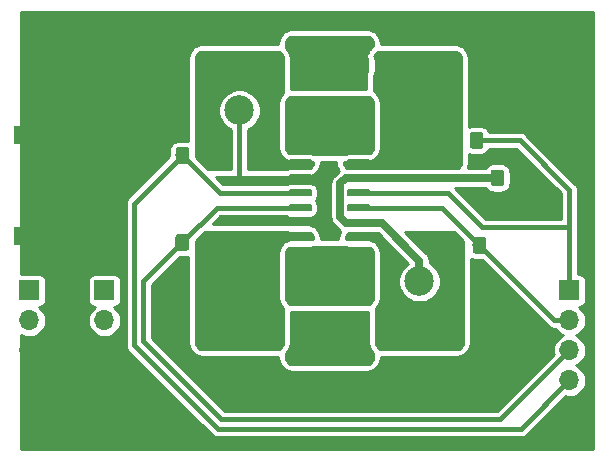
<source format=gbr>
G04 #@! TF.GenerationSoftware,KiCad,Pcbnew,(5.1.0)-1*
G04 #@! TF.CreationDate,2019-05-07T15:27:41-07:00*
G04 #@! TF.ProjectId,ADC Comparators,41444320-436f-46d7-9061-7261746f7273,rev?*
G04 #@! TF.SameCoordinates,Original*
G04 #@! TF.FileFunction,Copper,L1,Top*
G04 #@! TF.FilePolarity,Positive*
%FSLAX46Y46*%
G04 Gerber Fmt 4.6, Leading zero omitted, Abs format (unit mm)*
G04 Created by KiCad (PCBNEW (5.1.0)-1) date 2019-05-07 15:27:41*
%MOMM*%
%LPD*%
G04 APERTURE LIST*
%ADD10C,0.100000*%
%ADD11C,1.150000*%
%ADD12C,0.600000*%
%ADD13O,1.700000X1.700000*%
%ADD14R,1.700000X1.700000*%
%ADD15R,5.080000X1.500000*%
%ADD16C,2.500000*%
%ADD17C,0.381000*%
%ADD18C,0.635000*%
%ADD19C,0.254000*%
G04 APERTURE END LIST*
D10*
G36*
X217644505Y-117781204D02*
G01*
X217668773Y-117784804D01*
X217692572Y-117790765D01*
X217715671Y-117799030D01*
X217737850Y-117809520D01*
X217758893Y-117822132D01*
X217778599Y-117836747D01*
X217796777Y-117853223D01*
X217813253Y-117871401D01*
X217827868Y-117891107D01*
X217840480Y-117912150D01*
X217850970Y-117934329D01*
X217859235Y-117957428D01*
X217865196Y-117981227D01*
X217868796Y-118005495D01*
X217870000Y-118029999D01*
X217870000Y-118680001D01*
X217868796Y-118704505D01*
X217865196Y-118728773D01*
X217859235Y-118752572D01*
X217850970Y-118775671D01*
X217840480Y-118797850D01*
X217827868Y-118818893D01*
X217813253Y-118838599D01*
X217796777Y-118856777D01*
X217778599Y-118873253D01*
X217758893Y-118887868D01*
X217737850Y-118900480D01*
X217715671Y-118910970D01*
X217692572Y-118919235D01*
X217668773Y-118925196D01*
X217644505Y-118928796D01*
X217620001Y-118930000D01*
X216719999Y-118930000D01*
X216695495Y-118928796D01*
X216671227Y-118925196D01*
X216647428Y-118919235D01*
X216624329Y-118910970D01*
X216602150Y-118900480D01*
X216581107Y-118887868D01*
X216561401Y-118873253D01*
X216543223Y-118856777D01*
X216526747Y-118838599D01*
X216512132Y-118818893D01*
X216499520Y-118797850D01*
X216489030Y-118775671D01*
X216480765Y-118752572D01*
X216474804Y-118728773D01*
X216471204Y-118704505D01*
X216470000Y-118680001D01*
X216470000Y-118029999D01*
X216471204Y-118005495D01*
X216474804Y-117981227D01*
X216480765Y-117957428D01*
X216489030Y-117934329D01*
X216499520Y-117912150D01*
X216512132Y-117891107D01*
X216526747Y-117871401D01*
X216543223Y-117853223D01*
X216561401Y-117836747D01*
X216581107Y-117822132D01*
X216602150Y-117809520D01*
X216624329Y-117799030D01*
X216647428Y-117790765D01*
X216671227Y-117784804D01*
X216695495Y-117781204D01*
X216719999Y-117780000D01*
X217620001Y-117780000D01*
X217644505Y-117781204D01*
X217644505Y-117781204D01*
G37*
D11*
X217170000Y-118355000D03*
D10*
G36*
X217644505Y-119831204D02*
G01*
X217668773Y-119834804D01*
X217692572Y-119840765D01*
X217715671Y-119849030D01*
X217737850Y-119859520D01*
X217758893Y-119872132D01*
X217778599Y-119886747D01*
X217796777Y-119903223D01*
X217813253Y-119921401D01*
X217827868Y-119941107D01*
X217840480Y-119962150D01*
X217850970Y-119984329D01*
X217859235Y-120007428D01*
X217865196Y-120031227D01*
X217868796Y-120055495D01*
X217870000Y-120079999D01*
X217870000Y-120730001D01*
X217868796Y-120754505D01*
X217865196Y-120778773D01*
X217859235Y-120802572D01*
X217850970Y-120825671D01*
X217840480Y-120847850D01*
X217827868Y-120868893D01*
X217813253Y-120888599D01*
X217796777Y-120906777D01*
X217778599Y-120923253D01*
X217758893Y-120937868D01*
X217737850Y-120950480D01*
X217715671Y-120960970D01*
X217692572Y-120969235D01*
X217668773Y-120975196D01*
X217644505Y-120978796D01*
X217620001Y-120980000D01*
X216719999Y-120980000D01*
X216695495Y-120978796D01*
X216671227Y-120975196D01*
X216647428Y-120969235D01*
X216624329Y-120960970D01*
X216602150Y-120950480D01*
X216581107Y-120937868D01*
X216561401Y-120923253D01*
X216543223Y-120906777D01*
X216526747Y-120888599D01*
X216512132Y-120868893D01*
X216499520Y-120847850D01*
X216489030Y-120825671D01*
X216480765Y-120802572D01*
X216474804Y-120778773D01*
X216471204Y-120754505D01*
X216470000Y-120730001D01*
X216470000Y-120079999D01*
X216471204Y-120055495D01*
X216474804Y-120031227D01*
X216480765Y-120007428D01*
X216489030Y-119984329D01*
X216499520Y-119962150D01*
X216512132Y-119941107D01*
X216526747Y-119921401D01*
X216543223Y-119903223D01*
X216561401Y-119886747D01*
X216581107Y-119872132D01*
X216602150Y-119859520D01*
X216624329Y-119849030D01*
X216647428Y-119840765D01*
X216671227Y-119834804D01*
X216695495Y-119831204D01*
X216719999Y-119830000D01*
X217620001Y-119830000D01*
X217644505Y-119831204D01*
X217644505Y-119831204D01*
G37*
D11*
X217170000Y-120405000D03*
D10*
G36*
X220484703Y-128605722D02*
G01*
X220499264Y-128607882D01*
X220513543Y-128611459D01*
X220527403Y-128616418D01*
X220540710Y-128622712D01*
X220553336Y-128630280D01*
X220565159Y-128639048D01*
X220576066Y-128648934D01*
X220585952Y-128659841D01*
X220594720Y-128671664D01*
X220602288Y-128684290D01*
X220608582Y-128697597D01*
X220613541Y-128711457D01*
X220617118Y-128725736D01*
X220619278Y-128740297D01*
X220620000Y-128755000D01*
X220620000Y-129055000D01*
X220619278Y-129069703D01*
X220617118Y-129084264D01*
X220613541Y-129098543D01*
X220608582Y-129112403D01*
X220602288Y-129125710D01*
X220594720Y-129138336D01*
X220585952Y-129150159D01*
X220576066Y-129161066D01*
X220565159Y-129170952D01*
X220553336Y-129179720D01*
X220540710Y-129187288D01*
X220527403Y-129193582D01*
X220513543Y-129198541D01*
X220499264Y-129202118D01*
X220484703Y-129204278D01*
X220470000Y-129205000D01*
X218820000Y-129205000D01*
X218805297Y-129204278D01*
X218790736Y-129202118D01*
X218776457Y-129198541D01*
X218762597Y-129193582D01*
X218749290Y-129187288D01*
X218736664Y-129179720D01*
X218724841Y-129170952D01*
X218713934Y-129161066D01*
X218704048Y-129150159D01*
X218695280Y-129138336D01*
X218687712Y-129125710D01*
X218681418Y-129112403D01*
X218676459Y-129098543D01*
X218672882Y-129084264D01*
X218670722Y-129069703D01*
X218670000Y-129055000D01*
X218670000Y-128755000D01*
X218670722Y-128740297D01*
X218672882Y-128725736D01*
X218676459Y-128711457D01*
X218681418Y-128697597D01*
X218687712Y-128684290D01*
X218695280Y-128671664D01*
X218704048Y-128659841D01*
X218713934Y-128648934D01*
X218724841Y-128639048D01*
X218736664Y-128630280D01*
X218749290Y-128622712D01*
X218762597Y-128616418D01*
X218776457Y-128611459D01*
X218790736Y-128607882D01*
X218805297Y-128605722D01*
X218820000Y-128605000D01*
X220470000Y-128605000D01*
X220484703Y-128605722D01*
X220484703Y-128605722D01*
G37*
D12*
X219645000Y-128905000D03*
D10*
G36*
X220484703Y-129875722D02*
G01*
X220499264Y-129877882D01*
X220513543Y-129881459D01*
X220527403Y-129886418D01*
X220540710Y-129892712D01*
X220553336Y-129900280D01*
X220565159Y-129909048D01*
X220576066Y-129918934D01*
X220585952Y-129929841D01*
X220594720Y-129941664D01*
X220602288Y-129954290D01*
X220608582Y-129967597D01*
X220613541Y-129981457D01*
X220617118Y-129995736D01*
X220619278Y-130010297D01*
X220620000Y-130025000D01*
X220620000Y-130325000D01*
X220619278Y-130339703D01*
X220617118Y-130354264D01*
X220613541Y-130368543D01*
X220608582Y-130382403D01*
X220602288Y-130395710D01*
X220594720Y-130408336D01*
X220585952Y-130420159D01*
X220576066Y-130431066D01*
X220565159Y-130440952D01*
X220553336Y-130449720D01*
X220540710Y-130457288D01*
X220527403Y-130463582D01*
X220513543Y-130468541D01*
X220499264Y-130472118D01*
X220484703Y-130474278D01*
X220470000Y-130475000D01*
X218820000Y-130475000D01*
X218805297Y-130474278D01*
X218790736Y-130472118D01*
X218776457Y-130468541D01*
X218762597Y-130463582D01*
X218749290Y-130457288D01*
X218736664Y-130449720D01*
X218724841Y-130440952D01*
X218713934Y-130431066D01*
X218704048Y-130420159D01*
X218695280Y-130408336D01*
X218687712Y-130395710D01*
X218681418Y-130382403D01*
X218676459Y-130368543D01*
X218672882Y-130354264D01*
X218670722Y-130339703D01*
X218670000Y-130325000D01*
X218670000Y-130025000D01*
X218670722Y-130010297D01*
X218672882Y-129995736D01*
X218676459Y-129981457D01*
X218681418Y-129967597D01*
X218687712Y-129954290D01*
X218695280Y-129941664D01*
X218704048Y-129929841D01*
X218713934Y-129918934D01*
X218724841Y-129909048D01*
X218736664Y-129900280D01*
X218749290Y-129892712D01*
X218762597Y-129886418D01*
X218776457Y-129881459D01*
X218790736Y-129877882D01*
X218805297Y-129875722D01*
X218820000Y-129875000D01*
X220470000Y-129875000D01*
X220484703Y-129875722D01*
X220484703Y-129875722D01*
G37*
D12*
X219645000Y-130175000D03*
D10*
G36*
X220484703Y-131145722D02*
G01*
X220499264Y-131147882D01*
X220513543Y-131151459D01*
X220527403Y-131156418D01*
X220540710Y-131162712D01*
X220553336Y-131170280D01*
X220565159Y-131179048D01*
X220576066Y-131188934D01*
X220585952Y-131199841D01*
X220594720Y-131211664D01*
X220602288Y-131224290D01*
X220608582Y-131237597D01*
X220613541Y-131251457D01*
X220617118Y-131265736D01*
X220619278Y-131280297D01*
X220620000Y-131295000D01*
X220620000Y-131595000D01*
X220619278Y-131609703D01*
X220617118Y-131624264D01*
X220613541Y-131638543D01*
X220608582Y-131652403D01*
X220602288Y-131665710D01*
X220594720Y-131678336D01*
X220585952Y-131690159D01*
X220576066Y-131701066D01*
X220565159Y-131710952D01*
X220553336Y-131719720D01*
X220540710Y-131727288D01*
X220527403Y-131733582D01*
X220513543Y-131738541D01*
X220499264Y-131742118D01*
X220484703Y-131744278D01*
X220470000Y-131745000D01*
X218820000Y-131745000D01*
X218805297Y-131744278D01*
X218790736Y-131742118D01*
X218776457Y-131738541D01*
X218762597Y-131733582D01*
X218749290Y-131727288D01*
X218736664Y-131719720D01*
X218724841Y-131710952D01*
X218713934Y-131701066D01*
X218704048Y-131690159D01*
X218695280Y-131678336D01*
X218687712Y-131665710D01*
X218681418Y-131652403D01*
X218676459Y-131638543D01*
X218672882Y-131624264D01*
X218670722Y-131609703D01*
X218670000Y-131595000D01*
X218670000Y-131295000D01*
X218670722Y-131280297D01*
X218672882Y-131265736D01*
X218676459Y-131251457D01*
X218681418Y-131237597D01*
X218687712Y-131224290D01*
X218695280Y-131211664D01*
X218704048Y-131199841D01*
X218713934Y-131188934D01*
X218724841Y-131179048D01*
X218736664Y-131170280D01*
X218749290Y-131162712D01*
X218762597Y-131156418D01*
X218776457Y-131151459D01*
X218790736Y-131147882D01*
X218805297Y-131145722D01*
X218820000Y-131145000D01*
X220470000Y-131145000D01*
X220484703Y-131145722D01*
X220484703Y-131145722D01*
G37*
D12*
X219645000Y-131445000D03*
D10*
G36*
X220484703Y-132415722D02*
G01*
X220499264Y-132417882D01*
X220513543Y-132421459D01*
X220527403Y-132426418D01*
X220540710Y-132432712D01*
X220553336Y-132440280D01*
X220565159Y-132449048D01*
X220576066Y-132458934D01*
X220585952Y-132469841D01*
X220594720Y-132481664D01*
X220602288Y-132494290D01*
X220608582Y-132507597D01*
X220613541Y-132521457D01*
X220617118Y-132535736D01*
X220619278Y-132550297D01*
X220620000Y-132565000D01*
X220620000Y-132865000D01*
X220619278Y-132879703D01*
X220617118Y-132894264D01*
X220613541Y-132908543D01*
X220608582Y-132922403D01*
X220602288Y-132935710D01*
X220594720Y-132948336D01*
X220585952Y-132960159D01*
X220576066Y-132971066D01*
X220565159Y-132980952D01*
X220553336Y-132989720D01*
X220540710Y-132997288D01*
X220527403Y-133003582D01*
X220513543Y-133008541D01*
X220499264Y-133012118D01*
X220484703Y-133014278D01*
X220470000Y-133015000D01*
X218820000Y-133015000D01*
X218805297Y-133014278D01*
X218790736Y-133012118D01*
X218776457Y-133008541D01*
X218762597Y-133003582D01*
X218749290Y-132997288D01*
X218736664Y-132989720D01*
X218724841Y-132980952D01*
X218713934Y-132971066D01*
X218704048Y-132960159D01*
X218695280Y-132948336D01*
X218687712Y-132935710D01*
X218681418Y-132922403D01*
X218676459Y-132908543D01*
X218672882Y-132894264D01*
X218670722Y-132879703D01*
X218670000Y-132865000D01*
X218670000Y-132565000D01*
X218670722Y-132550297D01*
X218672882Y-132535736D01*
X218676459Y-132521457D01*
X218681418Y-132507597D01*
X218687712Y-132494290D01*
X218695280Y-132481664D01*
X218704048Y-132469841D01*
X218713934Y-132458934D01*
X218724841Y-132449048D01*
X218736664Y-132440280D01*
X218749290Y-132432712D01*
X218762597Y-132426418D01*
X218776457Y-132421459D01*
X218790736Y-132417882D01*
X218805297Y-132415722D01*
X218820000Y-132415000D01*
X220470000Y-132415000D01*
X220484703Y-132415722D01*
X220484703Y-132415722D01*
G37*
D12*
X219645000Y-132715000D03*
D10*
G36*
X220484703Y-133685722D02*
G01*
X220499264Y-133687882D01*
X220513543Y-133691459D01*
X220527403Y-133696418D01*
X220540710Y-133702712D01*
X220553336Y-133710280D01*
X220565159Y-133719048D01*
X220576066Y-133728934D01*
X220585952Y-133739841D01*
X220594720Y-133751664D01*
X220602288Y-133764290D01*
X220608582Y-133777597D01*
X220613541Y-133791457D01*
X220617118Y-133805736D01*
X220619278Y-133820297D01*
X220620000Y-133835000D01*
X220620000Y-134135000D01*
X220619278Y-134149703D01*
X220617118Y-134164264D01*
X220613541Y-134178543D01*
X220608582Y-134192403D01*
X220602288Y-134205710D01*
X220594720Y-134218336D01*
X220585952Y-134230159D01*
X220576066Y-134241066D01*
X220565159Y-134250952D01*
X220553336Y-134259720D01*
X220540710Y-134267288D01*
X220527403Y-134273582D01*
X220513543Y-134278541D01*
X220499264Y-134282118D01*
X220484703Y-134284278D01*
X220470000Y-134285000D01*
X218820000Y-134285000D01*
X218805297Y-134284278D01*
X218790736Y-134282118D01*
X218776457Y-134278541D01*
X218762597Y-134273582D01*
X218749290Y-134267288D01*
X218736664Y-134259720D01*
X218724841Y-134250952D01*
X218713934Y-134241066D01*
X218704048Y-134230159D01*
X218695280Y-134218336D01*
X218687712Y-134205710D01*
X218681418Y-134192403D01*
X218676459Y-134178543D01*
X218672882Y-134164264D01*
X218670722Y-134149703D01*
X218670000Y-134135000D01*
X218670000Y-133835000D01*
X218670722Y-133820297D01*
X218672882Y-133805736D01*
X218676459Y-133791457D01*
X218681418Y-133777597D01*
X218687712Y-133764290D01*
X218695280Y-133751664D01*
X218704048Y-133739841D01*
X218713934Y-133728934D01*
X218724841Y-133719048D01*
X218736664Y-133710280D01*
X218749290Y-133702712D01*
X218762597Y-133696418D01*
X218776457Y-133691459D01*
X218790736Y-133687882D01*
X218805297Y-133685722D01*
X218820000Y-133685000D01*
X220470000Y-133685000D01*
X220484703Y-133685722D01*
X220484703Y-133685722D01*
G37*
D12*
X219645000Y-133985000D03*
D10*
G36*
X220484703Y-134955722D02*
G01*
X220499264Y-134957882D01*
X220513543Y-134961459D01*
X220527403Y-134966418D01*
X220540710Y-134972712D01*
X220553336Y-134980280D01*
X220565159Y-134989048D01*
X220576066Y-134998934D01*
X220585952Y-135009841D01*
X220594720Y-135021664D01*
X220602288Y-135034290D01*
X220608582Y-135047597D01*
X220613541Y-135061457D01*
X220617118Y-135075736D01*
X220619278Y-135090297D01*
X220620000Y-135105000D01*
X220620000Y-135405000D01*
X220619278Y-135419703D01*
X220617118Y-135434264D01*
X220613541Y-135448543D01*
X220608582Y-135462403D01*
X220602288Y-135475710D01*
X220594720Y-135488336D01*
X220585952Y-135500159D01*
X220576066Y-135511066D01*
X220565159Y-135520952D01*
X220553336Y-135529720D01*
X220540710Y-135537288D01*
X220527403Y-135543582D01*
X220513543Y-135548541D01*
X220499264Y-135552118D01*
X220484703Y-135554278D01*
X220470000Y-135555000D01*
X218820000Y-135555000D01*
X218805297Y-135554278D01*
X218790736Y-135552118D01*
X218776457Y-135548541D01*
X218762597Y-135543582D01*
X218749290Y-135537288D01*
X218736664Y-135529720D01*
X218724841Y-135520952D01*
X218713934Y-135511066D01*
X218704048Y-135500159D01*
X218695280Y-135488336D01*
X218687712Y-135475710D01*
X218681418Y-135462403D01*
X218676459Y-135448543D01*
X218672882Y-135434264D01*
X218670722Y-135419703D01*
X218670000Y-135405000D01*
X218670000Y-135105000D01*
X218670722Y-135090297D01*
X218672882Y-135075736D01*
X218676459Y-135061457D01*
X218681418Y-135047597D01*
X218687712Y-135034290D01*
X218695280Y-135021664D01*
X218704048Y-135009841D01*
X218713934Y-134998934D01*
X218724841Y-134989048D01*
X218736664Y-134980280D01*
X218749290Y-134972712D01*
X218762597Y-134966418D01*
X218776457Y-134961459D01*
X218790736Y-134957882D01*
X218805297Y-134955722D01*
X218820000Y-134955000D01*
X220470000Y-134955000D01*
X220484703Y-134955722D01*
X220484703Y-134955722D01*
G37*
D12*
X219645000Y-135255000D03*
D10*
G36*
X220484703Y-136225722D02*
G01*
X220499264Y-136227882D01*
X220513543Y-136231459D01*
X220527403Y-136236418D01*
X220540710Y-136242712D01*
X220553336Y-136250280D01*
X220565159Y-136259048D01*
X220576066Y-136268934D01*
X220585952Y-136279841D01*
X220594720Y-136291664D01*
X220602288Y-136304290D01*
X220608582Y-136317597D01*
X220613541Y-136331457D01*
X220617118Y-136345736D01*
X220619278Y-136360297D01*
X220620000Y-136375000D01*
X220620000Y-136675000D01*
X220619278Y-136689703D01*
X220617118Y-136704264D01*
X220613541Y-136718543D01*
X220608582Y-136732403D01*
X220602288Y-136745710D01*
X220594720Y-136758336D01*
X220585952Y-136770159D01*
X220576066Y-136781066D01*
X220565159Y-136790952D01*
X220553336Y-136799720D01*
X220540710Y-136807288D01*
X220527403Y-136813582D01*
X220513543Y-136818541D01*
X220499264Y-136822118D01*
X220484703Y-136824278D01*
X220470000Y-136825000D01*
X218820000Y-136825000D01*
X218805297Y-136824278D01*
X218790736Y-136822118D01*
X218776457Y-136818541D01*
X218762597Y-136813582D01*
X218749290Y-136807288D01*
X218736664Y-136799720D01*
X218724841Y-136790952D01*
X218713934Y-136781066D01*
X218704048Y-136770159D01*
X218695280Y-136758336D01*
X218687712Y-136745710D01*
X218681418Y-136732403D01*
X218676459Y-136718543D01*
X218672882Y-136704264D01*
X218670722Y-136689703D01*
X218670000Y-136675000D01*
X218670000Y-136375000D01*
X218670722Y-136360297D01*
X218672882Y-136345736D01*
X218676459Y-136331457D01*
X218681418Y-136317597D01*
X218687712Y-136304290D01*
X218695280Y-136291664D01*
X218704048Y-136279841D01*
X218713934Y-136268934D01*
X218724841Y-136259048D01*
X218736664Y-136250280D01*
X218749290Y-136242712D01*
X218762597Y-136236418D01*
X218776457Y-136231459D01*
X218790736Y-136227882D01*
X218805297Y-136225722D01*
X218820000Y-136225000D01*
X220470000Y-136225000D01*
X220484703Y-136225722D01*
X220484703Y-136225722D01*
G37*
D12*
X219645000Y-136525000D03*
D10*
G36*
X220484703Y-137495722D02*
G01*
X220499264Y-137497882D01*
X220513543Y-137501459D01*
X220527403Y-137506418D01*
X220540710Y-137512712D01*
X220553336Y-137520280D01*
X220565159Y-137529048D01*
X220576066Y-137538934D01*
X220585952Y-137549841D01*
X220594720Y-137561664D01*
X220602288Y-137574290D01*
X220608582Y-137587597D01*
X220613541Y-137601457D01*
X220617118Y-137615736D01*
X220619278Y-137630297D01*
X220620000Y-137645000D01*
X220620000Y-137945000D01*
X220619278Y-137959703D01*
X220617118Y-137974264D01*
X220613541Y-137988543D01*
X220608582Y-138002403D01*
X220602288Y-138015710D01*
X220594720Y-138028336D01*
X220585952Y-138040159D01*
X220576066Y-138051066D01*
X220565159Y-138060952D01*
X220553336Y-138069720D01*
X220540710Y-138077288D01*
X220527403Y-138083582D01*
X220513543Y-138088541D01*
X220499264Y-138092118D01*
X220484703Y-138094278D01*
X220470000Y-138095000D01*
X218820000Y-138095000D01*
X218805297Y-138094278D01*
X218790736Y-138092118D01*
X218776457Y-138088541D01*
X218762597Y-138083582D01*
X218749290Y-138077288D01*
X218736664Y-138069720D01*
X218724841Y-138060952D01*
X218713934Y-138051066D01*
X218704048Y-138040159D01*
X218695280Y-138028336D01*
X218687712Y-138015710D01*
X218681418Y-138002403D01*
X218676459Y-137988543D01*
X218672882Y-137974264D01*
X218670722Y-137959703D01*
X218670000Y-137945000D01*
X218670000Y-137645000D01*
X218670722Y-137630297D01*
X218672882Y-137615736D01*
X218676459Y-137601457D01*
X218681418Y-137587597D01*
X218687712Y-137574290D01*
X218695280Y-137561664D01*
X218704048Y-137549841D01*
X218713934Y-137538934D01*
X218724841Y-137529048D01*
X218736664Y-137520280D01*
X218749290Y-137512712D01*
X218762597Y-137506418D01*
X218776457Y-137501459D01*
X218790736Y-137497882D01*
X218805297Y-137495722D01*
X218820000Y-137495000D01*
X220470000Y-137495000D01*
X220484703Y-137495722D01*
X220484703Y-137495722D01*
G37*
D12*
X219645000Y-137795000D03*
D10*
G36*
X215534703Y-137495722D02*
G01*
X215549264Y-137497882D01*
X215563543Y-137501459D01*
X215577403Y-137506418D01*
X215590710Y-137512712D01*
X215603336Y-137520280D01*
X215615159Y-137529048D01*
X215626066Y-137538934D01*
X215635952Y-137549841D01*
X215644720Y-137561664D01*
X215652288Y-137574290D01*
X215658582Y-137587597D01*
X215663541Y-137601457D01*
X215667118Y-137615736D01*
X215669278Y-137630297D01*
X215670000Y-137645000D01*
X215670000Y-137945000D01*
X215669278Y-137959703D01*
X215667118Y-137974264D01*
X215663541Y-137988543D01*
X215658582Y-138002403D01*
X215652288Y-138015710D01*
X215644720Y-138028336D01*
X215635952Y-138040159D01*
X215626066Y-138051066D01*
X215615159Y-138060952D01*
X215603336Y-138069720D01*
X215590710Y-138077288D01*
X215577403Y-138083582D01*
X215563543Y-138088541D01*
X215549264Y-138092118D01*
X215534703Y-138094278D01*
X215520000Y-138095000D01*
X213870000Y-138095000D01*
X213855297Y-138094278D01*
X213840736Y-138092118D01*
X213826457Y-138088541D01*
X213812597Y-138083582D01*
X213799290Y-138077288D01*
X213786664Y-138069720D01*
X213774841Y-138060952D01*
X213763934Y-138051066D01*
X213754048Y-138040159D01*
X213745280Y-138028336D01*
X213737712Y-138015710D01*
X213731418Y-138002403D01*
X213726459Y-137988543D01*
X213722882Y-137974264D01*
X213720722Y-137959703D01*
X213720000Y-137945000D01*
X213720000Y-137645000D01*
X213720722Y-137630297D01*
X213722882Y-137615736D01*
X213726459Y-137601457D01*
X213731418Y-137587597D01*
X213737712Y-137574290D01*
X213745280Y-137561664D01*
X213754048Y-137549841D01*
X213763934Y-137538934D01*
X213774841Y-137529048D01*
X213786664Y-137520280D01*
X213799290Y-137512712D01*
X213812597Y-137506418D01*
X213826457Y-137501459D01*
X213840736Y-137497882D01*
X213855297Y-137495722D01*
X213870000Y-137495000D01*
X215520000Y-137495000D01*
X215534703Y-137495722D01*
X215534703Y-137495722D01*
G37*
D12*
X214695000Y-137795000D03*
D10*
G36*
X215534703Y-136225722D02*
G01*
X215549264Y-136227882D01*
X215563543Y-136231459D01*
X215577403Y-136236418D01*
X215590710Y-136242712D01*
X215603336Y-136250280D01*
X215615159Y-136259048D01*
X215626066Y-136268934D01*
X215635952Y-136279841D01*
X215644720Y-136291664D01*
X215652288Y-136304290D01*
X215658582Y-136317597D01*
X215663541Y-136331457D01*
X215667118Y-136345736D01*
X215669278Y-136360297D01*
X215670000Y-136375000D01*
X215670000Y-136675000D01*
X215669278Y-136689703D01*
X215667118Y-136704264D01*
X215663541Y-136718543D01*
X215658582Y-136732403D01*
X215652288Y-136745710D01*
X215644720Y-136758336D01*
X215635952Y-136770159D01*
X215626066Y-136781066D01*
X215615159Y-136790952D01*
X215603336Y-136799720D01*
X215590710Y-136807288D01*
X215577403Y-136813582D01*
X215563543Y-136818541D01*
X215549264Y-136822118D01*
X215534703Y-136824278D01*
X215520000Y-136825000D01*
X213870000Y-136825000D01*
X213855297Y-136824278D01*
X213840736Y-136822118D01*
X213826457Y-136818541D01*
X213812597Y-136813582D01*
X213799290Y-136807288D01*
X213786664Y-136799720D01*
X213774841Y-136790952D01*
X213763934Y-136781066D01*
X213754048Y-136770159D01*
X213745280Y-136758336D01*
X213737712Y-136745710D01*
X213731418Y-136732403D01*
X213726459Y-136718543D01*
X213722882Y-136704264D01*
X213720722Y-136689703D01*
X213720000Y-136675000D01*
X213720000Y-136375000D01*
X213720722Y-136360297D01*
X213722882Y-136345736D01*
X213726459Y-136331457D01*
X213731418Y-136317597D01*
X213737712Y-136304290D01*
X213745280Y-136291664D01*
X213754048Y-136279841D01*
X213763934Y-136268934D01*
X213774841Y-136259048D01*
X213786664Y-136250280D01*
X213799290Y-136242712D01*
X213812597Y-136236418D01*
X213826457Y-136231459D01*
X213840736Y-136227882D01*
X213855297Y-136225722D01*
X213870000Y-136225000D01*
X215520000Y-136225000D01*
X215534703Y-136225722D01*
X215534703Y-136225722D01*
G37*
D12*
X214695000Y-136525000D03*
D10*
G36*
X215534703Y-134955722D02*
G01*
X215549264Y-134957882D01*
X215563543Y-134961459D01*
X215577403Y-134966418D01*
X215590710Y-134972712D01*
X215603336Y-134980280D01*
X215615159Y-134989048D01*
X215626066Y-134998934D01*
X215635952Y-135009841D01*
X215644720Y-135021664D01*
X215652288Y-135034290D01*
X215658582Y-135047597D01*
X215663541Y-135061457D01*
X215667118Y-135075736D01*
X215669278Y-135090297D01*
X215670000Y-135105000D01*
X215670000Y-135405000D01*
X215669278Y-135419703D01*
X215667118Y-135434264D01*
X215663541Y-135448543D01*
X215658582Y-135462403D01*
X215652288Y-135475710D01*
X215644720Y-135488336D01*
X215635952Y-135500159D01*
X215626066Y-135511066D01*
X215615159Y-135520952D01*
X215603336Y-135529720D01*
X215590710Y-135537288D01*
X215577403Y-135543582D01*
X215563543Y-135548541D01*
X215549264Y-135552118D01*
X215534703Y-135554278D01*
X215520000Y-135555000D01*
X213870000Y-135555000D01*
X213855297Y-135554278D01*
X213840736Y-135552118D01*
X213826457Y-135548541D01*
X213812597Y-135543582D01*
X213799290Y-135537288D01*
X213786664Y-135529720D01*
X213774841Y-135520952D01*
X213763934Y-135511066D01*
X213754048Y-135500159D01*
X213745280Y-135488336D01*
X213737712Y-135475710D01*
X213731418Y-135462403D01*
X213726459Y-135448543D01*
X213722882Y-135434264D01*
X213720722Y-135419703D01*
X213720000Y-135405000D01*
X213720000Y-135105000D01*
X213720722Y-135090297D01*
X213722882Y-135075736D01*
X213726459Y-135061457D01*
X213731418Y-135047597D01*
X213737712Y-135034290D01*
X213745280Y-135021664D01*
X213754048Y-135009841D01*
X213763934Y-134998934D01*
X213774841Y-134989048D01*
X213786664Y-134980280D01*
X213799290Y-134972712D01*
X213812597Y-134966418D01*
X213826457Y-134961459D01*
X213840736Y-134957882D01*
X213855297Y-134955722D01*
X213870000Y-134955000D01*
X215520000Y-134955000D01*
X215534703Y-134955722D01*
X215534703Y-134955722D01*
G37*
D12*
X214695000Y-135255000D03*
D10*
G36*
X215534703Y-133685722D02*
G01*
X215549264Y-133687882D01*
X215563543Y-133691459D01*
X215577403Y-133696418D01*
X215590710Y-133702712D01*
X215603336Y-133710280D01*
X215615159Y-133719048D01*
X215626066Y-133728934D01*
X215635952Y-133739841D01*
X215644720Y-133751664D01*
X215652288Y-133764290D01*
X215658582Y-133777597D01*
X215663541Y-133791457D01*
X215667118Y-133805736D01*
X215669278Y-133820297D01*
X215670000Y-133835000D01*
X215670000Y-134135000D01*
X215669278Y-134149703D01*
X215667118Y-134164264D01*
X215663541Y-134178543D01*
X215658582Y-134192403D01*
X215652288Y-134205710D01*
X215644720Y-134218336D01*
X215635952Y-134230159D01*
X215626066Y-134241066D01*
X215615159Y-134250952D01*
X215603336Y-134259720D01*
X215590710Y-134267288D01*
X215577403Y-134273582D01*
X215563543Y-134278541D01*
X215549264Y-134282118D01*
X215534703Y-134284278D01*
X215520000Y-134285000D01*
X213870000Y-134285000D01*
X213855297Y-134284278D01*
X213840736Y-134282118D01*
X213826457Y-134278541D01*
X213812597Y-134273582D01*
X213799290Y-134267288D01*
X213786664Y-134259720D01*
X213774841Y-134250952D01*
X213763934Y-134241066D01*
X213754048Y-134230159D01*
X213745280Y-134218336D01*
X213737712Y-134205710D01*
X213731418Y-134192403D01*
X213726459Y-134178543D01*
X213722882Y-134164264D01*
X213720722Y-134149703D01*
X213720000Y-134135000D01*
X213720000Y-133835000D01*
X213720722Y-133820297D01*
X213722882Y-133805736D01*
X213726459Y-133791457D01*
X213731418Y-133777597D01*
X213737712Y-133764290D01*
X213745280Y-133751664D01*
X213754048Y-133739841D01*
X213763934Y-133728934D01*
X213774841Y-133719048D01*
X213786664Y-133710280D01*
X213799290Y-133702712D01*
X213812597Y-133696418D01*
X213826457Y-133691459D01*
X213840736Y-133687882D01*
X213855297Y-133685722D01*
X213870000Y-133685000D01*
X215520000Y-133685000D01*
X215534703Y-133685722D01*
X215534703Y-133685722D01*
G37*
D12*
X214695000Y-133985000D03*
D10*
G36*
X215534703Y-132415722D02*
G01*
X215549264Y-132417882D01*
X215563543Y-132421459D01*
X215577403Y-132426418D01*
X215590710Y-132432712D01*
X215603336Y-132440280D01*
X215615159Y-132449048D01*
X215626066Y-132458934D01*
X215635952Y-132469841D01*
X215644720Y-132481664D01*
X215652288Y-132494290D01*
X215658582Y-132507597D01*
X215663541Y-132521457D01*
X215667118Y-132535736D01*
X215669278Y-132550297D01*
X215670000Y-132565000D01*
X215670000Y-132865000D01*
X215669278Y-132879703D01*
X215667118Y-132894264D01*
X215663541Y-132908543D01*
X215658582Y-132922403D01*
X215652288Y-132935710D01*
X215644720Y-132948336D01*
X215635952Y-132960159D01*
X215626066Y-132971066D01*
X215615159Y-132980952D01*
X215603336Y-132989720D01*
X215590710Y-132997288D01*
X215577403Y-133003582D01*
X215563543Y-133008541D01*
X215549264Y-133012118D01*
X215534703Y-133014278D01*
X215520000Y-133015000D01*
X213870000Y-133015000D01*
X213855297Y-133014278D01*
X213840736Y-133012118D01*
X213826457Y-133008541D01*
X213812597Y-133003582D01*
X213799290Y-132997288D01*
X213786664Y-132989720D01*
X213774841Y-132980952D01*
X213763934Y-132971066D01*
X213754048Y-132960159D01*
X213745280Y-132948336D01*
X213737712Y-132935710D01*
X213731418Y-132922403D01*
X213726459Y-132908543D01*
X213722882Y-132894264D01*
X213720722Y-132879703D01*
X213720000Y-132865000D01*
X213720000Y-132565000D01*
X213720722Y-132550297D01*
X213722882Y-132535736D01*
X213726459Y-132521457D01*
X213731418Y-132507597D01*
X213737712Y-132494290D01*
X213745280Y-132481664D01*
X213754048Y-132469841D01*
X213763934Y-132458934D01*
X213774841Y-132449048D01*
X213786664Y-132440280D01*
X213799290Y-132432712D01*
X213812597Y-132426418D01*
X213826457Y-132421459D01*
X213840736Y-132417882D01*
X213855297Y-132415722D01*
X213870000Y-132415000D01*
X215520000Y-132415000D01*
X215534703Y-132415722D01*
X215534703Y-132415722D01*
G37*
D12*
X214695000Y-132715000D03*
D10*
G36*
X215534703Y-131145722D02*
G01*
X215549264Y-131147882D01*
X215563543Y-131151459D01*
X215577403Y-131156418D01*
X215590710Y-131162712D01*
X215603336Y-131170280D01*
X215615159Y-131179048D01*
X215626066Y-131188934D01*
X215635952Y-131199841D01*
X215644720Y-131211664D01*
X215652288Y-131224290D01*
X215658582Y-131237597D01*
X215663541Y-131251457D01*
X215667118Y-131265736D01*
X215669278Y-131280297D01*
X215670000Y-131295000D01*
X215670000Y-131595000D01*
X215669278Y-131609703D01*
X215667118Y-131624264D01*
X215663541Y-131638543D01*
X215658582Y-131652403D01*
X215652288Y-131665710D01*
X215644720Y-131678336D01*
X215635952Y-131690159D01*
X215626066Y-131701066D01*
X215615159Y-131710952D01*
X215603336Y-131719720D01*
X215590710Y-131727288D01*
X215577403Y-131733582D01*
X215563543Y-131738541D01*
X215549264Y-131742118D01*
X215534703Y-131744278D01*
X215520000Y-131745000D01*
X213870000Y-131745000D01*
X213855297Y-131744278D01*
X213840736Y-131742118D01*
X213826457Y-131738541D01*
X213812597Y-131733582D01*
X213799290Y-131727288D01*
X213786664Y-131719720D01*
X213774841Y-131710952D01*
X213763934Y-131701066D01*
X213754048Y-131690159D01*
X213745280Y-131678336D01*
X213737712Y-131665710D01*
X213731418Y-131652403D01*
X213726459Y-131638543D01*
X213722882Y-131624264D01*
X213720722Y-131609703D01*
X213720000Y-131595000D01*
X213720000Y-131295000D01*
X213720722Y-131280297D01*
X213722882Y-131265736D01*
X213726459Y-131251457D01*
X213731418Y-131237597D01*
X213737712Y-131224290D01*
X213745280Y-131211664D01*
X213754048Y-131199841D01*
X213763934Y-131188934D01*
X213774841Y-131179048D01*
X213786664Y-131170280D01*
X213799290Y-131162712D01*
X213812597Y-131156418D01*
X213826457Y-131151459D01*
X213840736Y-131147882D01*
X213855297Y-131145722D01*
X213870000Y-131145000D01*
X215520000Y-131145000D01*
X215534703Y-131145722D01*
X215534703Y-131145722D01*
G37*
D12*
X214695000Y-131445000D03*
D10*
G36*
X215534703Y-129875722D02*
G01*
X215549264Y-129877882D01*
X215563543Y-129881459D01*
X215577403Y-129886418D01*
X215590710Y-129892712D01*
X215603336Y-129900280D01*
X215615159Y-129909048D01*
X215626066Y-129918934D01*
X215635952Y-129929841D01*
X215644720Y-129941664D01*
X215652288Y-129954290D01*
X215658582Y-129967597D01*
X215663541Y-129981457D01*
X215667118Y-129995736D01*
X215669278Y-130010297D01*
X215670000Y-130025000D01*
X215670000Y-130325000D01*
X215669278Y-130339703D01*
X215667118Y-130354264D01*
X215663541Y-130368543D01*
X215658582Y-130382403D01*
X215652288Y-130395710D01*
X215644720Y-130408336D01*
X215635952Y-130420159D01*
X215626066Y-130431066D01*
X215615159Y-130440952D01*
X215603336Y-130449720D01*
X215590710Y-130457288D01*
X215577403Y-130463582D01*
X215563543Y-130468541D01*
X215549264Y-130472118D01*
X215534703Y-130474278D01*
X215520000Y-130475000D01*
X213870000Y-130475000D01*
X213855297Y-130474278D01*
X213840736Y-130472118D01*
X213826457Y-130468541D01*
X213812597Y-130463582D01*
X213799290Y-130457288D01*
X213786664Y-130449720D01*
X213774841Y-130440952D01*
X213763934Y-130431066D01*
X213754048Y-130420159D01*
X213745280Y-130408336D01*
X213737712Y-130395710D01*
X213731418Y-130382403D01*
X213726459Y-130368543D01*
X213722882Y-130354264D01*
X213720722Y-130339703D01*
X213720000Y-130325000D01*
X213720000Y-130025000D01*
X213720722Y-130010297D01*
X213722882Y-129995736D01*
X213726459Y-129981457D01*
X213731418Y-129967597D01*
X213737712Y-129954290D01*
X213745280Y-129941664D01*
X213754048Y-129929841D01*
X213763934Y-129918934D01*
X213774841Y-129909048D01*
X213786664Y-129900280D01*
X213799290Y-129892712D01*
X213812597Y-129886418D01*
X213826457Y-129881459D01*
X213840736Y-129877882D01*
X213855297Y-129875722D01*
X213870000Y-129875000D01*
X215520000Y-129875000D01*
X215534703Y-129875722D01*
X215534703Y-129875722D01*
G37*
D12*
X214695000Y-130175000D03*
D10*
G36*
X215534703Y-128605722D02*
G01*
X215549264Y-128607882D01*
X215563543Y-128611459D01*
X215577403Y-128616418D01*
X215590710Y-128622712D01*
X215603336Y-128630280D01*
X215615159Y-128639048D01*
X215626066Y-128648934D01*
X215635952Y-128659841D01*
X215644720Y-128671664D01*
X215652288Y-128684290D01*
X215658582Y-128697597D01*
X215663541Y-128711457D01*
X215667118Y-128725736D01*
X215669278Y-128740297D01*
X215670000Y-128755000D01*
X215670000Y-129055000D01*
X215669278Y-129069703D01*
X215667118Y-129084264D01*
X215663541Y-129098543D01*
X215658582Y-129112403D01*
X215652288Y-129125710D01*
X215644720Y-129138336D01*
X215635952Y-129150159D01*
X215626066Y-129161066D01*
X215615159Y-129170952D01*
X215603336Y-129179720D01*
X215590710Y-129187288D01*
X215577403Y-129193582D01*
X215563543Y-129198541D01*
X215549264Y-129202118D01*
X215534703Y-129204278D01*
X215520000Y-129205000D01*
X213870000Y-129205000D01*
X213855297Y-129204278D01*
X213840736Y-129202118D01*
X213826457Y-129198541D01*
X213812597Y-129193582D01*
X213799290Y-129187288D01*
X213786664Y-129179720D01*
X213774841Y-129170952D01*
X213763934Y-129161066D01*
X213754048Y-129150159D01*
X213745280Y-129138336D01*
X213737712Y-129125710D01*
X213731418Y-129112403D01*
X213726459Y-129098543D01*
X213722882Y-129084264D01*
X213720722Y-129069703D01*
X213720000Y-129055000D01*
X213720000Y-128755000D01*
X213720722Y-128740297D01*
X213722882Y-128725736D01*
X213726459Y-128711457D01*
X213731418Y-128697597D01*
X213737712Y-128684290D01*
X213745280Y-128671664D01*
X213754048Y-128659841D01*
X213763934Y-128648934D01*
X213774841Y-128639048D01*
X213786664Y-128630280D01*
X213799290Y-128622712D01*
X213812597Y-128616418D01*
X213826457Y-128611459D01*
X213840736Y-128607882D01*
X213855297Y-128605722D01*
X213870000Y-128605000D01*
X215520000Y-128605000D01*
X215534703Y-128605722D01*
X215534703Y-128605722D01*
G37*
D12*
X214695000Y-128905000D03*
D10*
G36*
X229974505Y-127571204D02*
G01*
X229998773Y-127574804D01*
X230022572Y-127580765D01*
X230045671Y-127589030D01*
X230067850Y-127599520D01*
X230088893Y-127612132D01*
X230108599Y-127626747D01*
X230126777Y-127643223D01*
X230143253Y-127661401D01*
X230157868Y-127681107D01*
X230170480Y-127702150D01*
X230180970Y-127724329D01*
X230189235Y-127747428D01*
X230195196Y-127771227D01*
X230198796Y-127795495D01*
X230200000Y-127819999D01*
X230200000Y-128720001D01*
X230198796Y-128744505D01*
X230195196Y-128768773D01*
X230189235Y-128792572D01*
X230180970Y-128815671D01*
X230170480Y-128837850D01*
X230157868Y-128858893D01*
X230143253Y-128878599D01*
X230126777Y-128896777D01*
X230108599Y-128913253D01*
X230088893Y-128927868D01*
X230067850Y-128940480D01*
X230045671Y-128950970D01*
X230022572Y-128959235D01*
X229998773Y-128965196D01*
X229974505Y-128968796D01*
X229950001Y-128970000D01*
X229299999Y-128970000D01*
X229275495Y-128968796D01*
X229251227Y-128965196D01*
X229227428Y-128959235D01*
X229204329Y-128950970D01*
X229182150Y-128940480D01*
X229161107Y-128927868D01*
X229141401Y-128913253D01*
X229123223Y-128896777D01*
X229106747Y-128878599D01*
X229092132Y-128858893D01*
X229079520Y-128837850D01*
X229069030Y-128815671D01*
X229060765Y-128792572D01*
X229054804Y-128768773D01*
X229051204Y-128744505D01*
X229050000Y-128720001D01*
X229050000Y-127819999D01*
X229051204Y-127795495D01*
X229054804Y-127771227D01*
X229060765Y-127747428D01*
X229069030Y-127724329D01*
X229079520Y-127702150D01*
X229092132Y-127681107D01*
X229106747Y-127661401D01*
X229123223Y-127643223D01*
X229141401Y-127626747D01*
X229161107Y-127612132D01*
X229182150Y-127599520D01*
X229204329Y-127589030D01*
X229227428Y-127580765D01*
X229251227Y-127574804D01*
X229275495Y-127571204D01*
X229299999Y-127570000D01*
X229950001Y-127570000D01*
X229974505Y-127571204D01*
X229974505Y-127571204D01*
G37*
D11*
X229625000Y-128270000D03*
D10*
G36*
X227924505Y-127571204D02*
G01*
X227948773Y-127574804D01*
X227972572Y-127580765D01*
X227995671Y-127589030D01*
X228017850Y-127599520D01*
X228038893Y-127612132D01*
X228058599Y-127626747D01*
X228076777Y-127643223D01*
X228093253Y-127661401D01*
X228107868Y-127681107D01*
X228120480Y-127702150D01*
X228130970Y-127724329D01*
X228139235Y-127747428D01*
X228145196Y-127771227D01*
X228148796Y-127795495D01*
X228150000Y-127819999D01*
X228150000Y-128720001D01*
X228148796Y-128744505D01*
X228145196Y-128768773D01*
X228139235Y-128792572D01*
X228130970Y-128815671D01*
X228120480Y-128837850D01*
X228107868Y-128858893D01*
X228093253Y-128878599D01*
X228076777Y-128896777D01*
X228058599Y-128913253D01*
X228038893Y-128927868D01*
X228017850Y-128940480D01*
X227995671Y-128950970D01*
X227972572Y-128959235D01*
X227948773Y-128965196D01*
X227924505Y-128968796D01*
X227900001Y-128970000D01*
X227249999Y-128970000D01*
X227225495Y-128968796D01*
X227201227Y-128965196D01*
X227177428Y-128959235D01*
X227154329Y-128950970D01*
X227132150Y-128940480D01*
X227111107Y-128927868D01*
X227091401Y-128913253D01*
X227073223Y-128896777D01*
X227056747Y-128878599D01*
X227042132Y-128858893D01*
X227029520Y-128837850D01*
X227019030Y-128815671D01*
X227010765Y-128792572D01*
X227004804Y-128768773D01*
X227001204Y-128744505D01*
X227000000Y-128720001D01*
X227000000Y-127819999D01*
X227001204Y-127795495D01*
X227004804Y-127771227D01*
X227010765Y-127747428D01*
X227019030Y-127724329D01*
X227029520Y-127702150D01*
X227042132Y-127681107D01*
X227056747Y-127661401D01*
X227073223Y-127643223D01*
X227091401Y-127626747D01*
X227111107Y-127612132D01*
X227132150Y-127599520D01*
X227154329Y-127589030D01*
X227177428Y-127580765D01*
X227201227Y-127574804D01*
X227225495Y-127571204D01*
X227249999Y-127570000D01*
X227900001Y-127570000D01*
X227924505Y-127571204D01*
X227924505Y-127571204D01*
G37*
D11*
X227575000Y-128270000D03*
D10*
G36*
X230219505Y-136461204D02*
G01*
X230243773Y-136464804D01*
X230267572Y-136470765D01*
X230290671Y-136479030D01*
X230312850Y-136489520D01*
X230333893Y-136502132D01*
X230353599Y-136516747D01*
X230371777Y-136533223D01*
X230388253Y-136551401D01*
X230402868Y-136571107D01*
X230415480Y-136592150D01*
X230425970Y-136614329D01*
X230434235Y-136637428D01*
X230440196Y-136661227D01*
X230443796Y-136685495D01*
X230445000Y-136709999D01*
X230445000Y-137610001D01*
X230443796Y-137634505D01*
X230440196Y-137658773D01*
X230434235Y-137682572D01*
X230425970Y-137705671D01*
X230415480Y-137727850D01*
X230402868Y-137748893D01*
X230388253Y-137768599D01*
X230371777Y-137786777D01*
X230353599Y-137803253D01*
X230333893Y-137817868D01*
X230312850Y-137830480D01*
X230290671Y-137840970D01*
X230267572Y-137849235D01*
X230243773Y-137855196D01*
X230219505Y-137858796D01*
X230195001Y-137860000D01*
X229544999Y-137860000D01*
X229520495Y-137858796D01*
X229496227Y-137855196D01*
X229472428Y-137849235D01*
X229449329Y-137840970D01*
X229427150Y-137830480D01*
X229406107Y-137817868D01*
X229386401Y-137803253D01*
X229368223Y-137786777D01*
X229351747Y-137768599D01*
X229337132Y-137748893D01*
X229324520Y-137727850D01*
X229314030Y-137705671D01*
X229305765Y-137682572D01*
X229299804Y-137658773D01*
X229296204Y-137634505D01*
X229295000Y-137610001D01*
X229295000Y-136709999D01*
X229296204Y-136685495D01*
X229299804Y-136661227D01*
X229305765Y-136637428D01*
X229314030Y-136614329D01*
X229324520Y-136592150D01*
X229337132Y-136571107D01*
X229351747Y-136551401D01*
X229368223Y-136533223D01*
X229386401Y-136516747D01*
X229406107Y-136502132D01*
X229427150Y-136489520D01*
X229449329Y-136479030D01*
X229472428Y-136470765D01*
X229496227Y-136464804D01*
X229520495Y-136461204D01*
X229544999Y-136460000D01*
X230195001Y-136460000D01*
X230219505Y-136461204D01*
X230219505Y-136461204D01*
G37*
D11*
X229870000Y-137160000D03*
D10*
G36*
X228169505Y-136461204D02*
G01*
X228193773Y-136464804D01*
X228217572Y-136470765D01*
X228240671Y-136479030D01*
X228262850Y-136489520D01*
X228283893Y-136502132D01*
X228303599Y-136516747D01*
X228321777Y-136533223D01*
X228338253Y-136551401D01*
X228352868Y-136571107D01*
X228365480Y-136592150D01*
X228375970Y-136614329D01*
X228384235Y-136637428D01*
X228390196Y-136661227D01*
X228393796Y-136685495D01*
X228395000Y-136709999D01*
X228395000Y-137610001D01*
X228393796Y-137634505D01*
X228390196Y-137658773D01*
X228384235Y-137682572D01*
X228375970Y-137705671D01*
X228365480Y-137727850D01*
X228352868Y-137748893D01*
X228338253Y-137768599D01*
X228321777Y-137786777D01*
X228303599Y-137803253D01*
X228283893Y-137817868D01*
X228262850Y-137830480D01*
X228240671Y-137840970D01*
X228217572Y-137849235D01*
X228193773Y-137855196D01*
X228169505Y-137858796D01*
X228145001Y-137860000D01*
X227494999Y-137860000D01*
X227470495Y-137858796D01*
X227446227Y-137855196D01*
X227422428Y-137849235D01*
X227399329Y-137840970D01*
X227377150Y-137830480D01*
X227356107Y-137817868D01*
X227336401Y-137803253D01*
X227318223Y-137786777D01*
X227301747Y-137768599D01*
X227287132Y-137748893D01*
X227274520Y-137727850D01*
X227264030Y-137705671D01*
X227255765Y-137682572D01*
X227249804Y-137658773D01*
X227246204Y-137634505D01*
X227245000Y-137610001D01*
X227245000Y-136709999D01*
X227246204Y-136685495D01*
X227249804Y-136661227D01*
X227255765Y-136637428D01*
X227264030Y-136614329D01*
X227274520Y-136592150D01*
X227287132Y-136571107D01*
X227301747Y-136551401D01*
X227318223Y-136533223D01*
X227336401Y-136516747D01*
X227356107Y-136502132D01*
X227377150Y-136489520D01*
X227399329Y-136479030D01*
X227422428Y-136470765D01*
X227446227Y-136464804D01*
X227470495Y-136461204D01*
X227494999Y-136460000D01*
X228145001Y-136460000D01*
X228169505Y-136461204D01*
X228169505Y-136461204D01*
G37*
D11*
X227820000Y-137160000D03*
D10*
G36*
X229974505Y-122491204D02*
G01*
X229998773Y-122494804D01*
X230022572Y-122500765D01*
X230045671Y-122509030D01*
X230067850Y-122519520D01*
X230088893Y-122532132D01*
X230108599Y-122546747D01*
X230126777Y-122563223D01*
X230143253Y-122581401D01*
X230157868Y-122601107D01*
X230170480Y-122622150D01*
X230180970Y-122644329D01*
X230189235Y-122667428D01*
X230195196Y-122691227D01*
X230198796Y-122715495D01*
X230200000Y-122739999D01*
X230200000Y-123640001D01*
X230198796Y-123664505D01*
X230195196Y-123688773D01*
X230189235Y-123712572D01*
X230180970Y-123735671D01*
X230170480Y-123757850D01*
X230157868Y-123778893D01*
X230143253Y-123798599D01*
X230126777Y-123816777D01*
X230108599Y-123833253D01*
X230088893Y-123847868D01*
X230067850Y-123860480D01*
X230045671Y-123870970D01*
X230022572Y-123879235D01*
X229998773Y-123885196D01*
X229974505Y-123888796D01*
X229950001Y-123890000D01*
X229299999Y-123890000D01*
X229275495Y-123888796D01*
X229251227Y-123885196D01*
X229227428Y-123879235D01*
X229204329Y-123870970D01*
X229182150Y-123860480D01*
X229161107Y-123847868D01*
X229141401Y-123833253D01*
X229123223Y-123816777D01*
X229106747Y-123798599D01*
X229092132Y-123778893D01*
X229079520Y-123757850D01*
X229069030Y-123735671D01*
X229060765Y-123712572D01*
X229054804Y-123688773D01*
X229051204Y-123664505D01*
X229050000Y-123640001D01*
X229050000Y-122739999D01*
X229051204Y-122715495D01*
X229054804Y-122691227D01*
X229060765Y-122667428D01*
X229069030Y-122644329D01*
X229079520Y-122622150D01*
X229092132Y-122601107D01*
X229106747Y-122581401D01*
X229123223Y-122563223D01*
X229141401Y-122546747D01*
X229161107Y-122532132D01*
X229182150Y-122519520D01*
X229204329Y-122509030D01*
X229227428Y-122500765D01*
X229251227Y-122494804D01*
X229275495Y-122491204D01*
X229299999Y-122490000D01*
X229950001Y-122490000D01*
X229974505Y-122491204D01*
X229974505Y-122491204D01*
G37*
D11*
X229625000Y-123190000D03*
D10*
G36*
X227924505Y-122491204D02*
G01*
X227948773Y-122494804D01*
X227972572Y-122500765D01*
X227995671Y-122509030D01*
X228017850Y-122519520D01*
X228038893Y-122532132D01*
X228058599Y-122546747D01*
X228076777Y-122563223D01*
X228093253Y-122581401D01*
X228107868Y-122601107D01*
X228120480Y-122622150D01*
X228130970Y-122644329D01*
X228139235Y-122667428D01*
X228145196Y-122691227D01*
X228148796Y-122715495D01*
X228150000Y-122739999D01*
X228150000Y-123640001D01*
X228148796Y-123664505D01*
X228145196Y-123688773D01*
X228139235Y-123712572D01*
X228130970Y-123735671D01*
X228120480Y-123757850D01*
X228107868Y-123778893D01*
X228093253Y-123798599D01*
X228076777Y-123816777D01*
X228058599Y-123833253D01*
X228038893Y-123847868D01*
X228017850Y-123860480D01*
X227995671Y-123870970D01*
X227972572Y-123879235D01*
X227948773Y-123885196D01*
X227924505Y-123888796D01*
X227900001Y-123890000D01*
X227249999Y-123890000D01*
X227225495Y-123888796D01*
X227201227Y-123885196D01*
X227177428Y-123879235D01*
X227154329Y-123870970D01*
X227132150Y-123860480D01*
X227111107Y-123847868D01*
X227091401Y-123833253D01*
X227073223Y-123816777D01*
X227056747Y-123798599D01*
X227042132Y-123778893D01*
X227029520Y-123757850D01*
X227019030Y-123735671D01*
X227010765Y-123712572D01*
X227004804Y-123688773D01*
X227001204Y-123664505D01*
X227000000Y-123640001D01*
X227000000Y-122739999D01*
X227001204Y-122715495D01*
X227004804Y-122691227D01*
X227010765Y-122667428D01*
X227019030Y-122644329D01*
X227029520Y-122622150D01*
X227042132Y-122601107D01*
X227056747Y-122581401D01*
X227073223Y-122563223D01*
X227091401Y-122546747D01*
X227111107Y-122532132D01*
X227132150Y-122519520D01*
X227154329Y-122509030D01*
X227177428Y-122500765D01*
X227201227Y-122494804D01*
X227225495Y-122491204D01*
X227249999Y-122490000D01*
X227900001Y-122490000D01*
X227924505Y-122491204D01*
X227924505Y-122491204D01*
G37*
D11*
X227575000Y-123190000D03*
D10*
G36*
X222354505Y-121221204D02*
G01*
X222378773Y-121224804D01*
X222402572Y-121230765D01*
X222425671Y-121239030D01*
X222447850Y-121249520D01*
X222468893Y-121262132D01*
X222488599Y-121276747D01*
X222506777Y-121293223D01*
X222523253Y-121311401D01*
X222537868Y-121331107D01*
X222550480Y-121352150D01*
X222560970Y-121374329D01*
X222569235Y-121397428D01*
X222575196Y-121421227D01*
X222578796Y-121445495D01*
X222580000Y-121469999D01*
X222580000Y-122370001D01*
X222578796Y-122394505D01*
X222575196Y-122418773D01*
X222569235Y-122442572D01*
X222560970Y-122465671D01*
X222550480Y-122487850D01*
X222537868Y-122508893D01*
X222523253Y-122528599D01*
X222506777Y-122546777D01*
X222488599Y-122563253D01*
X222468893Y-122577868D01*
X222447850Y-122590480D01*
X222425671Y-122600970D01*
X222402572Y-122609235D01*
X222378773Y-122615196D01*
X222354505Y-122618796D01*
X222330001Y-122620000D01*
X221679999Y-122620000D01*
X221655495Y-122618796D01*
X221631227Y-122615196D01*
X221607428Y-122609235D01*
X221584329Y-122600970D01*
X221562150Y-122590480D01*
X221541107Y-122577868D01*
X221521401Y-122563253D01*
X221503223Y-122546777D01*
X221486747Y-122528599D01*
X221472132Y-122508893D01*
X221459520Y-122487850D01*
X221449030Y-122465671D01*
X221440765Y-122442572D01*
X221434804Y-122418773D01*
X221431204Y-122394505D01*
X221430000Y-122370001D01*
X221430000Y-121469999D01*
X221431204Y-121445495D01*
X221434804Y-121421227D01*
X221440765Y-121397428D01*
X221449030Y-121374329D01*
X221459520Y-121352150D01*
X221472132Y-121331107D01*
X221486747Y-121311401D01*
X221503223Y-121293223D01*
X221521401Y-121276747D01*
X221541107Y-121262132D01*
X221562150Y-121249520D01*
X221584329Y-121239030D01*
X221607428Y-121230765D01*
X221631227Y-121224804D01*
X221655495Y-121221204D01*
X221679999Y-121220000D01*
X222330001Y-121220000D01*
X222354505Y-121221204D01*
X222354505Y-121221204D01*
G37*
D11*
X222005000Y-121920000D03*
D10*
G36*
X220304505Y-121221204D02*
G01*
X220328773Y-121224804D01*
X220352572Y-121230765D01*
X220375671Y-121239030D01*
X220397850Y-121249520D01*
X220418893Y-121262132D01*
X220438599Y-121276747D01*
X220456777Y-121293223D01*
X220473253Y-121311401D01*
X220487868Y-121331107D01*
X220500480Y-121352150D01*
X220510970Y-121374329D01*
X220519235Y-121397428D01*
X220525196Y-121421227D01*
X220528796Y-121445495D01*
X220530000Y-121469999D01*
X220530000Y-122370001D01*
X220528796Y-122394505D01*
X220525196Y-122418773D01*
X220519235Y-122442572D01*
X220510970Y-122465671D01*
X220500480Y-122487850D01*
X220487868Y-122508893D01*
X220473253Y-122528599D01*
X220456777Y-122546777D01*
X220438599Y-122563253D01*
X220418893Y-122577868D01*
X220397850Y-122590480D01*
X220375671Y-122600970D01*
X220352572Y-122609235D01*
X220328773Y-122615196D01*
X220304505Y-122618796D01*
X220280001Y-122620000D01*
X219629999Y-122620000D01*
X219605495Y-122618796D01*
X219581227Y-122615196D01*
X219557428Y-122609235D01*
X219534329Y-122600970D01*
X219512150Y-122590480D01*
X219491107Y-122577868D01*
X219471401Y-122563253D01*
X219453223Y-122546777D01*
X219436747Y-122528599D01*
X219422132Y-122508893D01*
X219409520Y-122487850D01*
X219399030Y-122465671D01*
X219390765Y-122442572D01*
X219384804Y-122418773D01*
X219381204Y-122394505D01*
X219380000Y-122370001D01*
X219380000Y-121469999D01*
X219381204Y-121445495D01*
X219384804Y-121421227D01*
X219390765Y-121397428D01*
X219399030Y-121374329D01*
X219409520Y-121352150D01*
X219422132Y-121331107D01*
X219436747Y-121311401D01*
X219453223Y-121293223D01*
X219471401Y-121276747D01*
X219491107Y-121262132D01*
X219512150Y-121249520D01*
X219534329Y-121239030D01*
X219557428Y-121230765D01*
X219581227Y-121224804D01*
X219605495Y-121221204D01*
X219629999Y-121220000D01*
X220280001Y-121220000D01*
X220304505Y-121221204D01*
X220304505Y-121221204D01*
G37*
D11*
X219955000Y-121920000D03*
D10*
G36*
X229974505Y-143573204D02*
G01*
X229998773Y-143576804D01*
X230022572Y-143582765D01*
X230045671Y-143591030D01*
X230067850Y-143601520D01*
X230088893Y-143614132D01*
X230108599Y-143628747D01*
X230126777Y-143645223D01*
X230143253Y-143663401D01*
X230157868Y-143683107D01*
X230170480Y-143704150D01*
X230180970Y-143726329D01*
X230189235Y-143749428D01*
X230195196Y-143773227D01*
X230198796Y-143797495D01*
X230200000Y-143821999D01*
X230200000Y-144722001D01*
X230198796Y-144746505D01*
X230195196Y-144770773D01*
X230189235Y-144794572D01*
X230180970Y-144817671D01*
X230170480Y-144839850D01*
X230157868Y-144860893D01*
X230143253Y-144880599D01*
X230126777Y-144898777D01*
X230108599Y-144915253D01*
X230088893Y-144929868D01*
X230067850Y-144942480D01*
X230045671Y-144952970D01*
X230022572Y-144961235D01*
X229998773Y-144967196D01*
X229974505Y-144970796D01*
X229950001Y-144972000D01*
X229299999Y-144972000D01*
X229275495Y-144970796D01*
X229251227Y-144967196D01*
X229227428Y-144961235D01*
X229204329Y-144952970D01*
X229182150Y-144942480D01*
X229161107Y-144929868D01*
X229141401Y-144915253D01*
X229123223Y-144898777D01*
X229106747Y-144880599D01*
X229092132Y-144860893D01*
X229079520Y-144839850D01*
X229069030Y-144817671D01*
X229060765Y-144794572D01*
X229054804Y-144770773D01*
X229051204Y-144746505D01*
X229050000Y-144722001D01*
X229050000Y-143821999D01*
X229051204Y-143797495D01*
X229054804Y-143773227D01*
X229060765Y-143749428D01*
X229069030Y-143726329D01*
X229079520Y-143704150D01*
X229092132Y-143683107D01*
X229106747Y-143663401D01*
X229123223Y-143645223D01*
X229141401Y-143628747D01*
X229161107Y-143614132D01*
X229182150Y-143601520D01*
X229204329Y-143591030D01*
X229227428Y-143582765D01*
X229251227Y-143576804D01*
X229275495Y-143573204D01*
X229299999Y-143572000D01*
X229950001Y-143572000D01*
X229974505Y-143573204D01*
X229974505Y-143573204D01*
G37*
D11*
X229625000Y-144272000D03*
D10*
G36*
X227924505Y-143573204D02*
G01*
X227948773Y-143576804D01*
X227972572Y-143582765D01*
X227995671Y-143591030D01*
X228017850Y-143601520D01*
X228038893Y-143614132D01*
X228058599Y-143628747D01*
X228076777Y-143645223D01*
X228093253Y-143663401D01*
X228107868Y-143683107D01*
X228120480Y-143704150D01*
X228130970Y-143726329D01*
X228139235Y-143749428D01*
X228145196Y-143773227D01*
X228148796Y-143797495D01*
X228150000Y-143821999D01*
X228150000Y-144722001D01*
X228148796Y-144746505D01*
X228145196Y-144770773D01*
X228139235Y-144794572D01*
X228130970Y-144817671D01*
X228120480Y-144839850D01*
X228107868Y-144860893D01*
X228093253Y-144880599D01*
X228076777Y-144898777D01*
X228058599Y-144915253D01*
X228038893Y-144929868D01*
X228017850Y-144942480D01*
X227995671Y-144952970D01*
X227972572Y-144961235D01*
X227948773Y-144967196D01*
X227924505Y-144970796D01*
X227900001Y-144972000D01*
X227249999Y-144972000D01*
X227225495Y-144970796D01*
X227201227Y-144967196D01*
X227177428Y-144961235D01*
X227154329Y-144952970D01*
X227132150Y-144942480D01*
X227111107Y-144929868D01*
X227091401Y-144915253D01*
X227073223Y-144898777D01*
X227056747Y-144880599D01*
X227042132Y-144860893D01*
X227029520Y-144839850D01*
X227019030Y-144817671D01*
X227010765Y-144794572D01*
X227004804Y-144770773D01*
X227001204Y-144746505D01*
X227000000Y-144722001D01*
X227000000Y-143821999D01*
X227001204Y-143797495D01*
X227004804Y-143773227D01*
X227010765Y-143749428D01*
X227019030Y-143726329D01*
X227029520Y-143704150D01*
X227042132Y-143683107D01*
X227056747Y-143663401D01*
X227073223Y-143645223D01*
X227091401Y-143628747D01*
X227111107Y-143614132D01*
X227132150Y-143601520D01*
X227154329Y-143591030D01*
X227177428Y-143582765D01*
X227201227Y-143576804D01*
X227225495Y-143573204D01*
X227249999Y-143572000D01*
X227900001Y-143572000D01*
X227924505Y-143573204D01*
X227924505Y-143573204D01*
G37*
D11*
X227575000Y-144272000D03*
D10*
G36*
X222354505Y-144081204D02*
G01*
X222378773Y-144084804D01*
X222402572Y-144090765D01*
X222425671Y-144099030D01*
X222447850Y-144109520D01*
X222468893Y-144122132D01*
X222488599Y-144136747D01*
X222506777Y-144153223D01*
X222523253Y-144171401D01*
X222537868Y-144191107D01*
X222550480Y-144212150D01*
X222560970Y-144234329D01*
X222569235Y-144257428D01*
X222575196Y-144281227D01*
X222578796Y-144305495D01*
X222580000Y-144329999D01*
X222580000Y-145230001D01*
X222578796Y-145254505D01*
X222575196Y-145278773D01*
X222569235Y-145302572D01*
X222560970Y-145325671D01*
X222550480Y-145347850D01*
X222537868Y-145368893D01*
X222523253Y-145388599D01*
X222506777Y-145406777D01*
X222488599Y-145423253D01*
X222468893Y-145437868D01*
X222447850Y-145450480D01*
X222425671Y-145460970D01*
X222402572Y-145469235D01*
X222378773Y-145475196D01*
X222354505Y-145478796D01*
X222330001Y-145480000D01*
X221679999Y-145480000D01*
X221655495Y-145478796D01*
X221631227Y-145475196D01*
X221607428Y-145469235D01*
X221584329Y-145460970D01*
X221562150Y-145450480D01*
X221541107Y-145437868D01*
X221521401Y-145423253D01*
X221503223Y-145406777D01*
X221486747Y-145388599D01*
X221472132Y-145368893D01*
X221459520Y-145347850D01*
X221449030Y-145325671D01*
X221440765Y-145302572D01*
X221434804Y-145278773D01*
X221431204Y-145254505D01*
X221430000Y-145230001D01*
X221430000Y-144329999D01*
X221431204Y-144305495D01*
X221434804Y-144281227D01*
X221440765Y-144257428D01*
X221449030Y-144234329D01*
X221459520Y-144212150D01*
X221472132Y-144191107D01*
X221486747Y-144171401D01*
X221503223Y-144153223D01*
X221521401Y-144136747D01*
X221541107Y-144122132D01*
X221562150Y-144109520D01*
X221584329Y-144099030D01*
X221607428Y-144090765D01*
X221631227Y-144084804D01*
X221655495Y-144081204D01*
X221679999Y-144080000D01*
X222330001Y-144080000D01*
X222354505Y-144081204D01*
X222354505Y-144081204D01*
G37*
D11*
X222005000Y-144780000D03*
D10*
G36*
X220304505Y-144081204D02*
G01*
X220328773Y-144084804D01*
X220352572Y-144090765D01*
X220375671Y-144099030D01*
X220397850Y-144109520D01*
X220418893Y-144122132D01*
X220438599Y-144136747D01*
X220456777Y-144153223D01*
X220473253Y-144171401D01*
X220487868Y-144191107D01*
X220500480Y-144212150D01*
X220510970Y-144234329D01*
X220519235Y-144257428D01*
X220525196Y-144281227D01*
X220528796Y-144305495D01*
X220530000Y-144329999D01*
X220530000Y-145230001D01*
X220528796Y-145254505D01*
X220525196Y-145278773D01*
X220519235Y-145302572D01*
X220510970Y-145325671D01*
X220500480Y-145347850D01*
X220487868Y-145368893D01*
X220473253Y-145388599D01*
X220456777Y-145406777D01*
X220438599Y-145423253D01*
X220418893Y-145437868D01*
X220397850Y-145450480D01*
X220375671Y-145460970D01*
X220352572Y-145469235D01*
X220328773Y-145475196D01*
X220304505Y-145478796D01*
X220280001Y-145480000D01*
X219629999Y-145480000D01*
X219605495Y-145478796D01*
X219581227Y-145475196D01*
X219557428Y-145469235D01*
X219534329Y-145460970D01*
X219512150Y-145450480D01*
X219491107Y-145437868D01*
X219471401Y-145423253D01*
X219453223Y-145406777D01*
X219436747Y-145388599D01*
X219422132Y-145368893D01*
X219409520Y-145347850D01*
X219399030Y-145325671D01*
X219390765Y-145302572D01*
X219384804Y-145278773D01*
X219381204Y-145254505D01*
X219380000Y-145230001D01*
X219380000Y-144329999D01*
X219381204Y-144305495D01*
X219384804Y-144281227D01*
X219390765Y-144257428D01*
X219399030Y-144234329D01*
X219409520Y-144212150D01*
X219422132Y-144191107D01*
X219436747Y-144171401D01*
X219453223Y-144153223D01*
X219471401Y-144136747D01*
X219491107Y-144122132D01*
X219512150Y-144109520D01*
X219534329Y-144099030D01*
X219557428Y-144090765D01*
X219581227Y-144084804D01*
X219605495Y-144081204D01*
X219629999Y-144080000D01*
X220280001Y-144080000D01*
X220304505Y-144081204D01*
X220304505Y-144081204D01*
G37*
D11*
X219955000Y-144780000D03*
D10*
G36*
X205055910Y-136207202D02*
G01*
X205080135Y-136210795D01*
X205103891Y-136216746D01*
X205126949Y-136224996D01*
X205149087Y-136235467D01*
X205170093Y-136248057D01*
X205189763Y-136262645D01*
X205207908Y-136279092D01*
X205224355Y-136297237D01*
X205238943Y-136316907D01*
X205251533Y-136337913D01*
X205262004Y-136360051D01*
X205270254Y-136383109D01*
X205276205Y-136406865D01*
X205279798Y-136431090D01*
X205281000Y-136455550D01*
X205281000Y-137356450D01*
X205279798Y-137380910D01*
X205276205Y-137405135D01*
X205270254Y-137428891D01*
X205262004Y-137451949D01*
X205251533Y-137474087D01*
X205238943Y-137495093D01*
X205224355Y-137514763D01*
X205207908Y-137532908D01*
X205189763Y-137549355D01*
X205170093Y-137563943D01*
X205149087Y-137576533D01*
X205126949Y-137587004D01*
X205103891Y-137595254D01*
X205080135Y-137601205D01*
X205055910Y-137604798D01*
X205031450Y-137606000D01*
X204380550Y-137606000D01*
X204356090Y-137604798D01*
X204331865Y-137601205D01*
X204308109Y-137595254D01*
X204285051Y-137587004D01*
X204262913Y-137576533D01*
X204241907Y-137563943D01*
X204222237Y-137549355D01*
X204204092Y-137532908D01*
X204187645Y-137514763D01*
X204173057Y-137495093D01*
X204160467Y-137474087D01*
X204149996Y-137451949D01*
X204141746Y-137428891D01*
X204135795Y-137405135D01*
X204132202Y-137380910D01*
X204131000Y-137356450D01*
X204131000Y-136455550D01*
X204132202Y-136431090D01*
X204135795Y-136406865D01*
X204141746Y-136383109D01*
X204149996Y-136360051D01*
X204160467Y-136337913D01*
X204173057Y-136316907D01*
X204187645Y-136297237D01*
X204204092Y-136279092D01*
X204222237Y-136262645D01*
X204241907Y-136248057D01*
X204262913Y-136235467D01*
X204285051Y-136224996D01*
X204308109Y-136216746D01*
X204331865Y-136210795D01*
X204356090Y-136207202D01*
X204380550Y-136206000D01*
X205031450Y-136206000D01*
X205055910Y-136207202D01*
X205055910Y-136207202D01*
G37*
D11*
X204706000Y-136906000D03*
D10*
G36*
X207105505Y-136207204D02*
G01*
X207129773Y-136210804D01*
X207153572Y-136216765D01*
X207176671Y-136225030D01*
X207198850Y-136235520D01*
X207219893Y-136248132D01*
X207239599Y-136262747D01*
X207257777Y-136279223D01*
X207274253Y-136297401D01*
X207288868Y-136317107D01*
X207301480Y-136338150D01*
X207311970Y-136360329D01*
X207320235Y-136383428D01*
X207326196Y-136407227D01*
X207329796Y-136431495D01*
X207331000Y-136455999D01*
X207331000Y-137356001D01*
X207329796Y-137380505D01*
X207326196Y-137404773D01*
X207320235Y-137428572D01*
X207311970Y-137451671D01*
X207301480Y-137473850D01*
X207288868Y-137494893D01*
X207274253Y-137514599D01*
X207257777Y-137532777D01*
X207239599Y-137549253D01*
X207219893Y-137563868D01*
X207198850Y-137576480D01*
X207176671Y-137586970D01*
X207153572Y-137595235D01*
X207129773Y-137601196D01*
X207105505Y-137604796D01*
X207081001Y-137606000D01*
X206430999Y-137606000D01*
X206406495Y-137604796D01*
X206382227Y-137601196D01*
X206358428Y-137595235D01*
X206335329Y-137586970D01*
X206313150Y-137576480D01*
X206292107Y-137563868D01*
X206272401Y-137549253D01*
X206254223Y-137532777D01*
X206237747Y-137514599D01*
X206223132Y-137494893D01*
X206210520Y-137473850D01*
X206200030Y-137451671D01*
X206191765Y-137428572D01*
X206185804Y-137404773D01*
X206182204Y-137380505D01*
X206181000Y-137356001D01*
X206181000Y-136455999D01*
X206182204Y-136431495D01*
X206185804Y-136407227D01*
X206191765Y-136383428D01*
X206200030Y-136360329D01*
X206210520Y-136338150D01*
X206223132Y-136317107D01*
X206237747Y-136297401D01*
X206254223Y-136279223D01*
X206272401Y-136262747D01*
X206292107Y-136248132D01*
X206313150Y-136235520D01*
X206335329Y-136225030D01*
X206358428Y-136216765D01*
X206382227Y-136210804D01*
X206406495Y-136207204D01*
X206430999Y-136206000D01*
X207081001Y-136206000D01*
X207105505Y-136207204D01*
X207105505Y-136207204D01*
G37*
D11*
X206756000Y-136906000D03*
D10*
G36*
X205064505Y-128841204D02*
G01*
X205088773Y-128844804D01*
X205112572Y-128850765D01*
X205135671Y-128859030D01*
X205157850Y-128869520D01*
X205178893Y-128882132D01*
X205198599Y-128896747D01*
X205216777Y-128913223D01*
X205233253Y-128931401D01*
X205247868Y-128951107D01*
X205260480Y-128972150D01*
X205270970Y-128994329D01*
X205279235Y-129017428D01*
X205285196Y-129041227D01*
X205288796Y-129065495D01*
X205290000Y-129089999D01*
X205290000Y-129990001D01*
X205288796Y-130014505D01*
X205285196Y-130038773D01*
X205279235Y-130062572D01*
X205270970Y-130085671D01*
X205260480Y-130107850D01*
X205247868Y-130128893D01*
X205233253Y-130148599D01*
X205216777Y-130166777D01*
X205198599Y-130183253D01*
X205178893Y-130197868D01*
X205157850Y-130210480D01*
X205135671Y-130220970D01*
X205112572Y-130229235D01*
X205088773Y-130235196D01*
X205064505Y-130238796D01*
X205040001Y-130240000D01*
X204389999Y-130240000D01*
X204365495Y-130238796D01*
X204341227Y-130235196D01*
X204317428Y-130229235D01*
X204294329Y-130220970D01*
X204272150Y-130210480D01*
X204251107Y-130197868D01*
X204231401Y-130183253D01*
X204213223Y-130166777D01*
X204196747Y-130148599D01*
X204182132Y-130128893D01*
X204169520Y-130107850D01*
X204159030Y-130085671D01*
X204150765Y-130062572D01*
X204144804Y-130038773D01*
X204141204Y-130014505D01*
X204140000Y-129990001D01*
X204140000Y-129089999D01*
X204141204Y-129065495D01*
X204144804Y-129041227D01*
X204150765Y-129017428D01*
X204159030Y-128994329D01*
X204169520Y-128972150D01*
X204182132Y-128951107D01*
X204196747Y-128931401D01*
X204213223Y-128913223D01*
X204231401Y-128896747D01*
X204251107Y-128882132D01*
X204272150Y-128869520D01*
X204294329Y-128859030D01*
X204317428Y-128850765D01*
X204341227Y-128844804D01*
X204365495Y-128841204D01*
X204389999Y-128840000D01*
X205040001Y-128840000D01*
X205064505Y-128841204D01*
X205064505Y-128841204D01*
G37*
D11*
X204715000Y-129540000D03*
D10*
G36*
X207114505Y-128841204D02*
G01*
X207138773Y-128844804D01*
X207162572Y-128850765D01*
X207185671Y-128859030D01*
X207207850Y-128869520D01*
X207228893Y-128882132D01*
X207248599Y-128896747D01*
X207266777Y-128913223D01*
X207283253Y-128931401D01*
X207297868Y-128951107D01*
X207310480Y-128972150D01*
X207320970Y-128994329D01*
X207329235Y-129017428D01*
X207335196Y-129041227D01*
X207338796Y-129065495D01*
X207340000Y-129089999D01*
X207340000Y-129990001D01*
X207338796Y-130014505D01*
X207335196Y-130038773D01*
X207329235Y-130062572D01*
X207320970Y-130085671D01*
X207310480Y-130107850D01*
X207297868Y-130128893D01*
X207283253Y-130148599D01*
X207266777Y-130166777D01*
X207248599Y-130183253D01*
X207228893Y-130197868D01*
X207207850Y-130210480D01*
X207185671Y-130220970D01*
X207162572Y-130229235D01*
X207138773Y-130235196D01*
X207114505Y-130238796D01*
X207090001Y-130240000D01*
X206439999Y-130240000D01*
X206415495Y-130238796D01*
X206391227Y-130235196D01*
X206367428Y-130229235D01*
X206344329Y-130220970D01*
X206322150Y-130210480D01*
X206301107Y-130197868D01*
X206281401Y-130183253D01*
X206263223Y-130166777D01*
X206246747Y-130148599D01*
X206232132Y-130128893D01*
X206219520Y-130107850D01*
X206209030Y-130085671D01*
X206200765Y-130062572D01*
X206194804Y-130038773D01*
X206191204Y-130014505D01*
X206190000Y-129990001D01*
X206190000Y-129089999D01*
X206191204Y-129065495D01*
X206194804Y-129041227D01*
X206200765Y-129017428D01*
X206209030Y-128994329D01*
X206219520Y-128972150D01*
X206232132Y-128951107D01*
X206246747Y-128931401D01*
X206263223Y-128913223D01*
X206281401Y-128896747D01*
X206301107Y-128882132D01*
X206322150Y-128869520D01*
X206344329Y-128859030D01*
X206367428Y-128850765D01*
X206391227Y-128844804D01*
X206415495Y-128841204D01*
X206439999Y-128840000D01*
X207090001Y-128840000D01*
X207114505Y-128841204D01*
X207114505Y-128841204D01*
G37*
D11*
X206765000Y-129540000D03*
D10*
G36*
X205055505Y-141541204D02*
G01*
X205079773Y-141544804D01*
X205103572Y-141550765D01*
X205126671Y-141559030D01*
X205148850Y-141569520D01*
X205169893Y-141582132D01*
X205189599Y-141596747D01*
X205207777Y-141613223D01*
X205224253Y-141631401D01*
X205238868Y-141651107D01*
X205251480Y-141672150D01*
X205261970Y-141694329D01*
X205270235Y-141717428D01*
X205276196Y-141741227D01*
X205279796Y-141765495D01*
X205281000Y-141789999D01*
X205281000Y-142690001D01*
X205279796Y-142714505D01*
X205276196Y-142738773D01*
X205270235Y-142762572D01*
X205261970Y-142785671D01*
X205251480Y-142807850D01*
X205238868Y-142828893D01*
X205224253Y-142848599D01*
X205207777Y-142866777D01*
X205189599Y-142883253D01*
X205169893Y-142897868D01*
X205148850Y-142910480D01*
X205126671Y-142920970D01*
X205103572Y-142929235D01*
X205079773Y-142935196D01*
X205055505Y-142938796D01*
X205031001Y-142940000D01*
X204380999Y-142940000D01*
X204356495Y-142938796D01*
X204332227Y-142935196D01*
X204308428Y-142929235D01*
X204285329Y-142920970D01*
X204263150Y-142910480D01*
X204242107Y-142897868D01*
X204222401Y-142883253D01*
X204204223Y-142866777D01*
X204187747Y-142848599D01*
X204173132Y-142828893D01*
X204160520Y-142807850D01*
X204150030Y-142785671D01*
X204141765Y-142762572D01*
X204135804Y-142738773D01*
X204132204Y-142714505D01*
X204131000Y-142690001D01*
X204131000Y-141789999D01*
X204132204Y-141765495D01*
X204135804Y-141741227D01*
X204141765Y-141717428D01*
X204150030Y-141694329D01*
X204160520Y-141672150D01*
X204173132Y-141651107D01*
X204187747Y-141631401D01*
X204204223Y-141613223D01*
X204222401Y-141596747D01*
X204242107Y-141582132D01*
X204263150Y-141569520D01*
X204285329Y-141559030D01*
X204308428Y-141550765D01*
X204332227Y-141544804D01*
X204356495Y-141541204D01*
X204380999Y-141540000D01*
X205031001Y-141540000D01*
X205055505Y-141541204D01*
X205055505Y-141541204D01*
G37*
D11*
X204706000Y-142240000D03*
D10*
G36*
X207105505Y-141541204D02*
G01*
X207129773Y-141544804D01*
X207153572Y-141550765D01*
X207176671Y-141559030D01*
X207198850Y-141569520D01*
X207219893Y-141582132D01*
X207239599Y-141596747D01*
X207257777Y-141613223D01*
X207274253Y-141631401D01*
X207288868Y-141651107D01*
X207301480Y-141672150D01*
X207311970Y-141694329D01*
X207320235Y-141717428D01*
X207326196Y-141741227D01*
X207329796Y-141765495D01*
X207331000Y-141789999D01*
X207331000Y-142690001D01*
X207329796Y-142714505D01*
X207326196Y-142738773D01*
X207320235Y-142762572D01*
X207311970Y-142785671D01*
X207301480Y-142807850D01*
X207288868Y-142828893D01*
X207274253Y-142848599D01*
X207257777Y-142866777D01*
X207239599Y-142883253D01*
X207219893Y-142897868D01*
X207198850Y-142910480D01*
X207176671Y-142920970D01*
X207153572Y-142929235D01*
X207129773Y-142935196D01*
X207105505Y-142938796D01*
X207081001Y-142940000D01*
X206430999Y-142940000D01*
X206406495Y-142938796D01*
X206382227Y-142935196D01*
X206358428Y-142929235D01*
X206335329Y-142920970D01*
X206313150Y-142910480D01*
X206292107Y-142897868D01*
X206272401Y-142883253D01*
X206254223Y-142866777D01*
X206237747Y-142848599D01*
X206223132Y-142828893D01*
X206210520Y-142807850D01*
X206200030Y-142785671D01*
X206191765Y-142762572D01*
X206185804Y-142738773D01*
X206182204Y-142714505D01*
X206181000Y-142690001D01*
X206181000Y-141789999D01*
X206182204Y-141765495D01*
X206185804Y-141741227D01*
X206191765Y-141717428D01*
X206200030Y-141694329D01*
X206210520Y-141672150D01*
X206223132Y-141651107D01*
X206237747Y-141631401D01*
X206254223Y-141613223D01*
X206272401Y-141596747D01*
X206292107Y-141582132D01*
X206313150Y-141569520D01*
X206335329Y-141559030D01*
X206358428Y-141550765D01*
X206382227Y-141544804D01*
X206406495Y-141541204D01*
X206430999Y-141540000D01*
X207081001Y-141540000D01*
X207105505Y-141541204D01*
X207105505Y-141541204D01*
G37*
D11*
X206756000Y-142240000D03*
D10*
G36*
X212684505Y-144081204D02*
G01*
X212708773Y-144084804D01*
X212732572Y-144090765D01*
X212755671Y-144099030D01*
X212777850Y-144109520D01*
X212798893Y-144122132D01*
X212818599Y-144136747D01*
X212836777Y-144153223D01*
X212853253Y-144171401D01*
X212867868Y-144191107D01*
X212880480Y-144212150D01*
X212890970Y-144234329D01*
X212899235Y-144257428D01*
X212905196Y-144281227D01*
X212908796Y-144305495D01*
X212910000Y-144329999D01*
X212910000Y-145230001D01*
X212908796Y-145254505D01*
X212905196Y-145278773D01*
X212899235Y-145302572D01*
X212890970Y-145325671D01*
X212880480Y-145347850D01*
X212867868Y-145368893D01*
X212853253Y-145388599D01*
X212836777Y-145406777D01*
X212818599Y-145423253D01*
X212798893Y-145437868D01*
X212777850Y-145450480D01*
X212755671Y-145460970D01*
X212732572Y-145469235D01*
X212708773Y-145475196D01*
X212684505Y-145478796D01*
X212660001Y-145480000D01*
X212009999Y-145480000D01*
X211985495Y-145478796D01*
X211961227Y-145475196D01*
X211937428Y-145469235D01*
X211914329Y-145460970D01*
X211892150Y-145450480D01*
X211871107Y-145437868D01*
X211851401Y-145423253D01*
X211833223Y-145406777D01*
X211816747Y-145388599D01*
X211802132Y-145368893D01*
X211789520Y-145347850D01*
X211779030Y-145325671D01*
X211770765Y-145302572D01*
X211764804Y-145278773D01*
X211761204Y-145254505D01*
X211760000Y-145230001D01*
X211760000Y-144329999D01*
X211761204Y-144305495D01*
X211764804Y-144281227D01*
X211770765Y-144257428D01*
X211779030Y-144234329D01*
X211789520Y-144212150D01*
X211802132Y-144191107D01*
X211816747Y-144171401D01*
X211833223Y-144153223D01*
X211851401Y-144136747D01*
X211871107Y-144122132D01*
X211892150Y-144109520D01*
X211914329Y-144099030D01*
X211937428Y-144090765D01*
X211961227Y-144084804D01*
X211985495Y-144081204D01*
X212009999Y-144080000D01*
X212660001Y-144080000D01*
X212684505Y-144081204D01*
X212684505Y-144081204D01*
G37*
D11*
X212335000Y-144780000D03*
D10*
G36*
X214734505Y-144081204D02*
G01*
X214758773Y-144084804D01*
X214782572Y-144090765D01*
X214805671Y-144099030D01*
X214827850Y-144109520D01*
X214848893Y-144122132D01*
X214868599Y-144136747D01*
X214886777Y-144153223D01*
X214903253Y-144171401D01*
X214917868Y-144191107D01*
X214930480Y-144212150D01*
X214940970Y-144234329D01*
X214949235Y-144257428D01*
X214955196Y-144281227D01*
X214958796Y-144305495D01*
X214960000Y-144329999D01*
X214960000Y-145230001D01*
X214958796Y-145254505D01*
X214955196Y-145278773D01*
X214949235Y-145302572D01*
X214940970Y-145325671D01*
X214930480Y-145347850D01*
X214917868Y-145368893D01*
X214903253Y-145388599D01*
X214886777Y-145406777D01*
X214868599Y-145423253D01*
X214848893Y-145437868D01*
X214827850Y-145450480D01*
X214805671Y-145460970D01*
X214782572Y-145469235D01*
X214758773Y-145475196D01*
X214734505Y-145478796D01*
X214710001Y-145480000D01*
X214059999Y-145480000D01*
X214035495Y-145478796D01*
X214011227Y-145475196D01*
X213987428Y-145469235D01*
X213964329Y-145460970D01*
X213942150Y-145450480D01*
X213921107Y-145437868D01*
X213901401Y-145423253D01*
X213883223Y-145406777D01*
X213866747Y-145388599D01*
X213852132Y-145368893D01*
X213839520Y-145347850D01*
X213829030Y-145325671D01*
X213820765Y-145302572D01*
X213814804Y-145278773D01*
X213811204Y-145254505D01*
X213810000Y-145230001D01*
X213810000Y-144329999D01*
X213811204Y-144305495D01*
X213814804Y-144281227D01*
X213820765Y-144257428D01*
X213829030Y-144234329D01*
X213839520Y-144212150D01*
X213852132Y-144191107D01*
X213866747Y-144171401D01*
X213883223Y-144153223D01*
X213901401Y-144136747D01*
X213921107Y-144122132D01*
X213942150Y-144109520D01*
X213964329Y-144099030D01*
X213987428Y-144090765D01*
X214011227Y-144084804D01*
X214035495Y-144081204D01*
X214059999Y-144080000D01*
X214710001Y-144080000D01*
X214734505Y-144081204D01*
X214734505Y-144081204D01*
G37*
D11*
X214385000Y-144780000D03*
D10*
G36*
X205064505Y-122491204D02*
G01*
X205088773Y-122494804D01*
X205112572Y-122500765D01*
X205135671Y-122509030D01*
X205157850Y-122519520D01*
X205178893Y-122532132D01*
X205198599Y-122546747D01*
X205216777Y-122563223D01*
X205233253Y-122581401D01*
X205247868Y-122601107D01*
X205260480Y-122622150D01*
X205270970Y-122644329D01*
X205279235Y-122667428D01*
X205285196Y-122691227D01*
X205288796Y-122715495D01*
X205290000Y-122739999D01*
X205290000Y-123640001D01*
X205288796Y-123664505D01*
X205285196Y-123688773D01*
X205279235Y-123712572D01*
X205270970Y-123735671D01*
X205260480Y-123757850D01*
X205247868Y-123778893D01*
X205233253Y-123798599D01*
X205216777Y-123816777D01*
X205198599Y-123833253D01*
X205178893Y-123847868D01*
X205157850Y-123860480D01*
X205135671Y-123870970D01*
X205112572Y-123879235D01*
X205088773Y-123885196D01*
X205064505Y-123888796D01*
X205040001Y-123890000D01*
X204389999Y-123890000D01*
X204365495Y-123888796D01*
X204341227Y-123885196D01*
X204317428Y-123879235D01*
X204294329Y-123870970D01*
X204272150Y-123860480D01*
X204251107Y-123847868D01*
X204231401Y-123833253D01*
X204213223Y-123816777D01*
X204196747Y-123798599D01*
X204182132Y-123778893D01*
X204169520Y-123757850D01*
X204159030Y-123735671D01*
X204150765Y-123712572D01*
X204144804Y-123688773D01*
X204141204Y-123664505D01*
X204140000Y-123640001D01*
X204140000Y-122739999D01*
X204141204Y-122715495D01*
X204144804Y-122691227D01*
X204150765Y-122667428D01*
X204159030Y-122644329D01*
X204169520Y-122622150D01*
X204182132Y-122601107D01*
X204196747Y-122581401D01*
X204213223Y-122563223D01*
X204231401Y-122546747D01*
X204251107Y-122532132D01*
X204272150Y-122519520D01*
X204294329Y-122509030D01*
X204317428Y-122500765D01*
X204341227Y-122494804D01*
X204365495Y-122491204D01*
X204389999Y-122490000D01*
X205040001Y-122490000D01*
X205064505Y-122491204D01*
X205064505Y-122491204D01*
G37*
D11*
X204715000Y-123190000D03*
D10*
G36*
X207114505Y-122491204D02*
G01*
X207138773Y-122494804D01*
X207162572Y-122500765D01*
X207185671Y-122509030D01*
X207207850Y-122519520D01*
X207228893Y-122532132D01*
X207248599Y-122546747D01*
X207266777Y-122563223D01*
X207283253Y-122581401D01*
X207297868Y-122601107D01*
X207310480Y-122622150D01*
X207320970Y-122644329D01*
X207329235Y-122667428D01*
X207335196Y-122691227D01*
X207338796Y-122715495D01*
X207340000Y-122739999D01*
X207340000Y-123640001D01*
X207338796Y-123664505D01*
X207335196Y-123688773D01*
X207329235Y-123712572D01*
X207320970Y-123735671D01*
X207310480Y-123757850D01*
X207297868Y-123778893D01*
X207283253Y-123798599D01*
X207266777Y-123816777D01*
X207248599Y-123833253D01*
X207228893Y-123847868D01*
X207207850Y-123860480D01*
X207185671Y-123870970D01*
X207162572Y-123879235D01*
X207138773Y-123885196D01*
X207114505Y-123888796D01*
X207090001Y-123890000D01*
X206439999Y-123890000D01*
X206415495Y-123888796D01*
X206391227Y-123885196D01*
X206367428Y-123879235D01*
X206344329Y-123870970D01*
X206322150Y-123860480D01*
X206301107Y-123847868D01*
X206281401Y-123833253D01*
X206263223Y-123816777D01*
X206246747Y-123798599D01*
X206232132Y-123778893D01*
X206219520Y-123757850D01*
X206209030Y-123735671D01*
X206200765Y-123712572D01*
X206194804Y-123688773D01*
X206191204Y-123664505D01*
X206190000Y-123640001D01*
X206190000Y-122739999D01*
X206191204Y-122715495D01*
X206194804Y-122691227D01*
X206200765Y-122667428D01*
X206209030Y-122644329D01*
X206219520Y-122622150D01*
X206232132Y-122601107D01*
X206246747Y-122581401D01*
X206263223Y-122563223D01*
X206281401Y-122546747D01*
X206301107Y-122532132D01*
X206322150Y-122519520D01*
X206344329Y-122509030D01*
X206367428Y-122500765D01*
X206391227Y-122494804D01*
X206415495Y-122491204D01*
X206439999Y-122490000D01*
X207090001Y-122490000D01*
X207114505Y-122491204D01*
X207114505Y-122491204D01*
G37*
D11*
X206765000Y-123190000D03*
D10*
G36*
X212684505Y-121221204D02*
G01*
X212708773Y-121224804D01*
X212732572Y-121230765D01*
X212755671Y-121239030D01*
X212777850Y-121249520D01*
X212798893Y-121262132D01*
X212818599Y-121276747D01*
X212836777Y-121293223D01*
X212853253Y-121311401D01*
X212867868Y-121331107D01*
X212880480Y-121352150D01*
X212890970Y-121374329D01*
X212899235Y-121397428D01*
X212905196Y-121421227D01*
X212908796Y-121445495D01*
X212910000Y-121469999D01*
X212910000Y-122370001D01*
X212908796Y-122394505D01*
X212905196Y-122418773D01*
X212899235Y-122442572D01*
X212890970Y-122465671D01*
X212880480Y-122487850D01*
X212867868Y-122508893D01*
X212853253Y-122528599D01*
X212836777Y-122546777D01*
X212818599Y-122563253D01*
X212798893Y-122577868D01*
X212777850Y-122590480D01*
X212755671Y-122600970D01*
X212732572Y-122609235D01*
X212708773Y-122615196D01*
X212684505Y-122618796D01*
X212660001Y-122620000D01*
X212009999Y-122620000D01*
X211985495Y-122618796D01*
X211961227Y-122615196D01*
X211937428Y-122609235D01*
X211914329Y-122600970D01*
X211892150Y-122590480D01*
X211871107Y-122577868D01*
X211851401Y-122563253D01*
X211833223Y-122546777D01*
X211816747Y-122528599D01*
X211802132Y-122508893D01*
X211789520Y-122487850D01*
X211779030Y-122465671D01*
X211770765Y-122442572D01*
X211764804Y-122418773D01*
X211761204Y-122394505D01*
X211760000Y-122370001D01*
X211760000Y-121469999D01*
X211761204Y-121445495D01*
X211764804Y-121421227D01*
X211770765Y-121397428D01*
X211779030Y-121374329D01*
X211789520Y-121352150D01*
X211802132Y-121331107D01*
X211816747Y-121311401D01*
X211833223Y-121293223D01*
X211851401Y-121276747D01*
X211871107Y-121262132D01*
X211892150Y-121249520D01*
X211914329Y-121239030D01*
X211937428Y-121230765D01*
X211961227Y-121224804D01*
X211985495Y-121221204D01*
X212009999Y-121220000D01*
X212660001Y-121220000D01*
X212684505Y-121221204D01*
X212684505Y-121221204D01*
G37*
D11*
X212335000Y-121920000D03*
D10*
G36*
X214734505Y-121221204D02*
G01*
X214758773Y-121224804D01*
X214782572Y-121230765D01*
X214805671Y-121239030D01*
X214827850Y-121249520D01*
X214848893Y-121262132D01*
X214868599Y-121276747D01*
X214886777Y-121293223D01*
X214903253Y-121311401D01*
X214917868Y-121331107D01*
X214930480Y-121352150D01*
X214940970Y-121374329D01*
X214949235Y-121397428D01*
X214955196Y-121421227D01*
X214958796Y-121445495D01*
X214960000Y-121469999D01*
X214960000Y-122370001D01*
X214958796Y-122394505D01*
X214955196Y-122418773D01*
X214949235Y-122442572D01*
X214940970Y-122465671D01*
X214930480Y-122487850D01*
X214917868Y-122508893D01*
X214903253Y-122528599D01*
X214886777Y-122546777D01*
X214868599Y-122563253D01*
X214848893Y-122577868D01*
X214827850Y-122590480D01*
X214805671Y-122600970D01*
X214782572Y-122609235D01*
X214758773Y-122615196D01*
X214734505Y-122618796D01*
X214710001Y-122620000D01*
X214059999Y-122620000D01*
X214035495Y-122618796D01*
X214011227Y-122615196D01*
X213987428Y-122609235D01*
X213964329Y-122600970D01*
X213942150Y-122590480D01*
X213921107Y-122577868D01*
X213901401Y-122563253D01*
X213883223Y-122546777D01*
X213866747Y-122528599D01*
X213852132Y-122508893D01*
X213839520Y-122487850D01*
X213829030Y-122465671D01*
X213820765Y-122442572D01*
X213814804Y-122418773D01*
X213811204Y-122394505D01*
X213810000Y-122370001D01*
X213810000Y-121469999D01*
X213811204Y-121445495D01*
X213814804Y-121421227D01*
X213820765Y-121397428D01*
X213829030Y-121374329D01*
X213839520Y-121352150D01*
X213852132Y-121331107D01*
X213866747Y-121311401D01*
X213883223Y-121293223D01*
X213901401Y-121276747D01*
X213921107Y-121262132D01*
X213942150Y-121249520D01*
X213964329Y-121239030D01*
X213987428Y-121230765D01*
X214011227Y-121224804D01*
X214035495Y-121221204D01*
X214059999Y-121220000D01*
X214710001Y-121220000D01*
X214734505Y-121221204D01*
X214734505Y-121221204D01*
G37*
D11*
X214385000Y-121920000D03*
D13*
X237490000Y-148590000D03*
X237490000Y-146050000D03*
X237490000Y-143510000D03*
D14*
X237490000Y-140970000D03*
D15*
X193040000Y-127830000D03*
X193040000Y-136330000D03*
D13*
X191770000Y-146050000D03*
X191770000Y-143510000D03*
D14*
X191770000Y-140970000D03*
D13*
X198120000Y-146050000D03*
X198120000Y-143510000D03*
D14*
X198120000Y-140970000D03*
D10*
G36*
X217644505Y-147771204D02*
G01*
X217668773Y-147774804D01*
X217692572Y-147780765D01*
X217715671Y-147789030D01*
X217737850Y-147799520D01*
X217758893Y-147812132D01*
X217778599Y-147826747D01*
X217796777Y-147843223D01*
X217813253Y-147861401D01*
X217827868Y-147881107D01*
X217840480Y-147902150D01*
X217850970Y-147924329D01*
X217859235Y-147947428D01*
X217865196Y-147971227D01*
X217868796Y-147995495D01*
X217870000Y-148019999D01*
X217870000Y-148670001D01*
X217868796Y-148694505D01*
X217865196Y-148718773D01*
X217859235Y-148742572D01*
X217850970Y-148765671D01*
X217840480Y-148787850D01*
X217827868Y-148808893D01*
X217813253Y-148828599D01*
X217796777Y-148846777D01*
X217778599Y-148863253D01*
X217758893Y-148877868D01*
X217737850Y-148890480D01*
X217715671Y-148900970D01*
X217692572Y-148909235D01*
X217668773Y-148915196D01*
X217644505Y-148918796D01*
X217620001Y-148920000D01*
X216719999Y-148920000D01*
X216695495Y-148918796D01*
X216671227Y-148915196D01*
X216647428Y-148909235D01*
X216624329Y-148900970D01*
X216602150Y-148890480D01*
X216581107Y-148877868D01*
X216561401Y-148863253D01*
X216543223Y-148846777D01*
X216526747Y-148828599D01*
X216512132Y-148808893D01*
X216499520Y-148787850D01*
X216489030Y-148765671D01*
X216480765Y-148742572D01*
X216474804Y-148718773D01*
X216471204Y-148694505D01*
X216470000Y-148670001D01*
X216470000Y-148019999D01*
X216471204Y-147995495D01*
X216474804Y-147971227D01*
X216480765Y-147947428D01*
X216489030Y-147924329D01*
X216499520Y-147902150D01*
X216512132Y-147881107D01*
X216526747Y-147861401D01*
X216543223Y-147843223D01*
X216561401Y-147826747D01*
X216581107Y-147812132D01*
X216602150Y-147799520D01*
X216624329Y-147789030D01*
X216647428Y-147780765D01*
X216671227Y-147774804D01*
X216695495Y-147771204D01*
X216719999Y-147770000D01*
X217620001Y-147770000D01*
X217644505Y-147771204D01*
X217644505Y-147771204D01*
G37*
D11*
X217170000Y-148345000D03*
D10*
G36*
X217644505Y-145721204D02*
G01*
X217668773Y-145724804D01*
X217692572Y-145730765D01*
X217715671Y-145739030D01*
X217737850Y-145749520D01*
X217758893Y-145762132D01*
X217778599Y-145776747D01*
X217796777Y-145793223D01*
X217813253Y-145811401D01*
X217827868Y-145831107D01*
X217840480Y-145852150D01*
X217850970Y-145874329D01*
X217859235Y-145897428D01*
X217865196Y-145921227D01*
X217868796Y-145945495D01*
X217870000Y-145969999D01*
X217870000Y-146620001D01*
X217868796Y-146644505D01*
X217865196Y-146668773D01*
X217859235Y-146692572D01*
X217850970Y-146715671D01*
X217840480Y-146737850D01*
X217827868Y-146758893D01*
X217813253Y-146778599D01*
X217796777Y-146796777D01*
X217778599Y-146813253D01*
X217758893Y-146827868D01*
X217737850Y-146840480D01*
X217715671Y-146850970D01*
X217692572Y-146859235D01*
X217668773Y-146865196D01*
X217644505Y-146868796D01*
X217620001Y-146870000D01*
X216719999Y-146870000D01*
X216695495Y-146868796D01*
X216671227Y-146865196D01*
X216647428Y-146859235D01*
X216624329Y-146850970D01*
X216602150Y-146840480D01*
X216581107Y-146827868D01*
X216561401Y-146813253D01*
X216543223Y-146796777D01*
X216526747Y-146778599D01*
X216512132Y-146758893D01*
X216499520Y-146737850D01*
X216489030Y-146715671D01*
X216480765Y-146692572D01*
X216474804Y-146668773D01*
X216471204Y-146644505D01*
X216470000Y-146620001D01*
X216470000Y-145969999D01*
X216471204Y-145945495D01*
X216474804Y-145921227D01*
X216480765Y-145897428D01*
X216489030Y-145874329D01*
X216499520Y-145852150D01*
X216512132Y-145831107D01*
X216526747Y-145811401D01*
X216543223Y-145793223D01*
X216561401Y-145776747D01*
X216581107Y-145762132D01*
X216602150Y-145749520D01*
X216624329Y-145739030D01*
X216647428Y-145730765D01*
X216671227Y-145724804D01*
X216695495Y-145721204D01*
X216719999Y-145720000D01*
X217620001Y-145720000D01*
X217644505Y-145721204D01*
X217644505Y-145721204D01*
G37*
D11*
X217170000Y-146295000D03*
D10*
G36*
X233784505Y-130746204D02*
G01*
X233808773Y-130749804D01*
X233832572Y-130755765D01*
X233855671Y-130764030D01*
X233877850Y-130774520D01*
X233898893Y-130787132D01*
X233918599Y-130801747D01*
X233936777Y-130818223D01*
X233953253Y-130836401D01*
X233967868Y-130856107D01*
X233980480Y-130877150D01*
X233990970Y-130899329D01*
X233999235Y-130922428D01*
X234005196Y-130946227D01*
X234008796Y-130970495D01*
X234010000Y-130994999D01*
X234010000Y-131895001D01*
X234008796Y-131919505D01*
X234005196Y-131943773D01*
X233999235Y-131967572D01*
X233990970Y-131990671D01*
X233980480Y-132012850D01*
X233967868Y-132033893D01*
X233953253Y-132053599D01*
X233936777Y-132071777D01*
X233918599Y-132088253D01*
X233898893Y-132102868D01*
X233877850Y-132115480D01*
X233855671Y-132125970D01*
X233832572Y-132134235D01*
X233808773Y-132140196D01*
X233784505Y-132143796D01*
X233760001Y-132145000D01*
X233109999Y-132145000D01*
X233085495Y-132143796D01*
X233061227Y-132140196D01*
X233037428Y-132134235D01*
X233014329Y-132125970D01*
X232992150Y-132115480D01*
X232971107Y-132102868D01*
X232951401Y-132088253D01*
X232933223Y-132071777D01*
X232916747Y-132053599D01*
X232902132Y-132033893D01*
X232889520Y-132012850D01*
X232879030Y-131990671D01*
X232870765Y-131967572D01*
X232864804Y-131943773D01*
X232861204Y-131919505D01*
X232860000Y-131895001D01*
X232860000Y-130994999D01*
X232861204Y-130970495D01*
X232864804Y-130946227D01*
X232870765Y-130922428D01*
X232879030Y-130899329D01*
X232889520Y-130877150D01*
X232902132Y-130856107D01*
X232916747Y-130836401D01*
X232933223Y-130818223D01*
X232951401Y-130801747D01*
X232971107Y-130787132D01*
X232992150Y-130774520D01*
X233014329Y-130764030D01*
X233037428Y-130755765D01*
X233061227Y-130749804D01*
X233085495Y-130746204D01*
X233109999Y-130745000D01*
X233760001Y-130745000D01*
X233784505Y-130746204D01*
X233784505Y-130746204D01*
G37*
D11*
X233435000Y-131445000D03*
D10*
G36*
X231734505Y-130746204D02*
G01*
X231758773Y-130749804D01*
X231782572Y-130755765D01*
X231805671Y-130764030D01*
X231827850Y-130774520D01*
X231848893Y-130787132D01*
X231868599Y-130801747D01*
X231886777Y-130818223D01*
X231903253Y-130836401D01*
X231917868Y-130856107D01*
X231930480Y-130877150D01*
X231940970Y-130899329D01*
X231949235Y-130922428D01*
X231955196Y-130946227D01*
X231958796Y-130970495D01*
X231960000Y-130994999D01*
X231960000Y-131895001D01*
X231958796Y-131919505D01*
X231955196Y-131943773D01*
X231949235Y-131967572D01*
X231940970Y-131990671D01*
X231930480Y-132012850D01*
X231917868Y-132033893D01*
X231903253Y-132053599D01*
X231886777Y-132071777D01*
X231868599Y-132088253D01*
X231848893Y-132102868D01*
X231827850Y-132115480D01*
X231805671Y-132125970D01*
X231782572Y-132134235D01*
X231758773Y-132140196D01*
X231734505Y-132143796D01*
X231710001Y-132145000D01*
X231059999Y-132145000D01*
X231035495Y-132143796D01*
X231011227Y-132140196D01*
X230987428Y-132134235D01*
X230964329Y-132125970D01*
X230942150Y-132115480D01*
X230921107Y-132102868D01*
X230901401Y-132088253D01*
X230883223Y-132071777D01*
X230866747Y-132053599D01*
X230852132Y-132033893D01*
X230839520Y-132012850D01*
X230829030Y-131990671D01*
X230820765Y-131967572D01*
X230814804Y-131943773D01*
X230811204Y-131919505D01*
X230810000Y-131895001D01*
X230810000Y-130994999D01*
X230811204Y-130970495D01*
X230814804Y-130946227D01*
X230820765Y-130922428D01*
X230829030Y-130899329D01*
X230839520Y-130877150D01*
X230852132Y-130856107D01*
X230866747Y-130836401D01*
X230883223Y-130818223D01*
X230901401Y-130801747D01*
X230921107Y-130787132D01*
X230942150Y-130774520D01*
X230964329Y-130764030D01*
X230987428Y-130755765D01*
X231011227Y-130749804D01*
X231035495Y-130746204D01*
X231059999Y-130745000D01*
X231710001Y-130745000D01*
X231734505Y-130746204D01*
X231734505Y-130746204D01*
G37*
D11*
X231385000Y-131445000D03*
D16*
X235204000Y-133350000D03*
X211328000Y-149352000D03*
X223266000Y-149225000D03*
X230505000Y-149225000D03*
X197358000Y-136652000D03*
X209550000Y-125730000D03*
X224790000Y-140208000D03*
X217170000Y-122428000D03*
X217170000Y-144272000D03*
X217170000Y-127000000D03*
X217170000Y-139700000D03*
D17*
X214695000Y-131445000D02*
X213620000Y-131445000D01*
X209550002Y-125730002D02*
X209550000Y-125730000D01*
X209677000Y-131445000D02*
X209550002Y-131318002D01*
X209550002Y-131318002D02*
X209550002Y-125730002D01*
D18*
X218570000Y-135255000D02*
X219645000Y-135255000D01*
X218098490Y-134783490D02*
X218570000Y-135255000D01*
X218098490Y-131916510D02*
X218098490Y-134783490D01*
X218570000Y-131445000D02*
X218098490Y-131916510D01*
X219645000Y-131445000D02*
X218570000Y-131445000D01*
X231385000Y-131445000D02*
X230710000Y-131445000D01*
X224282000Y-131445000D02*
X219645000Y-131445000D01*
X230710000Y-131445000D02*
X224282000Y-131445000D01*
X220720000Y-135255000D02*
X219645000Y-135255000D01*
X221604766Y-135255000D02*
X220720000Y-135255000D01*
X224790000Y-138440234D02*
X221604766Y-135255000D01*
X224790000Y-140208000D02*
X224790000Y-138440234D01*
D17*
X207627000Y-133985000D02*
X204706000Y-136906000D01*
X214695000Y-133985000D02*
X207627000Y-133985000D01*
X201422000Y-140190000D02*
X204706000Y-136906000D01*
X201422000Y-145288000D02*
X201422000Y-140190000D01*
X208026000Y-151892000D02*
X201422000Y-145288000D01*
X237490000Y-146050000D02*
X231648000Y-151892000D01*
X231648000Y-151892000D02*
X208026000Y-151892000D01*
X207890000Y-132715000D02*
X204715000Y-129540000D01*
X214695000Y-132715000D02*
X207890000Y-132715000D01*
X204091628Y-130163372D02*
X204715000Y-129540000D01*
X200634590Y-133620410D02*
X204091628Y-130163372D01*
X200634590Y-145614155D02*
X200634590Y-133620410D01*
X207699845Y-152679410D02*
X200634590Y-145614155D01*
X233400590Y-152679410D02*
X207699845Y-152679410D01*
X237490000Y-148590000D02*
X233400590Y-152679410D01*
X226695000Y-133985000D02*
X219645000Y-133985000D01*
X229870000Y-137160000D02*
X226695000Y-133985000D01*
X236220000Y-143510000D02*
X229870000Y-137160000D01*
X237490000Y-143510000D02*
X236220000Y-143510000D01*
X230300000Y-128270000D02*
X229625000Y-128270000D01*
X233299000Y-128270000D02*
X230300000Y-128270000D01*
X237490000Y-132461000D02*
X233299000Y-128270000D01*
X230103188Y-135636000D02*
X237490000Y-135636000D01*
X227182188Y-132715000D02*
X230103188Y-135636000D01*
X219645000Y-132715000D02*
X227182188Y-132715000D01*
X237490000Y-140970000D02*
X237490000Y-135636000D01*
X237490000Y-135636000D02*
X237490000Y-132461000D01*
D19*
G36*
X218557487Y-137308763D02*
G01*
X218686172Y-137347799D01*
X218820000Y-137360980D01*
X220470000Y-137360980D01*
X220583471Y-137349804D01*
X220598454Y-137356010D01*
X220703436Y-137436564D01*
X220783990Y-137541546D01*
X220834631Y-137663803D01*
X220853000Y-137803328D01*
X220853000Y-141596672D01*
X220834631Y-141736197D01*
X220783990Y-141858454D01*
X220703436Y-141963436D01*
X220598454Y-142043990D01*
X220476197Y-142094631D01*
X220336672Y-142113000D01*
X214003328Y-142113000D01*
X213863803Y-142094631D01*
X213741546Y-142043990D01*
X213636564Y-141963436D01*
X213556010Y-141858454D01*
X213505369Y-141736197D01*
X213487000Y-141596672D01*
X213487000Y-137803328D01*
X213505369Y-137663803D01*
X213556010Y-137541546D01*
X213636564Y-137436564D01*
X213741546Y-137356010D01*
X213756529Y-137349804D01*
X213870000Y-137360980D01*
X215520000Y-137360980D01*
X215653828Y-137347799D01*
X215782513Y-137308763D01*
X215823229Y-137287000D01*
X218516771Y-137287000D01*
X218557487Y-137308763D01*
X218557487Y-137308763D01*
G37*
X218557487Y-137308763D02*
X218686172Y-137347799D01*
X218820000Y-137360980D01*
X220470000Y-137360980D01*
X220583471Y-137349804D01*
X220598454Y-137356010D01*
X220703436Y-137436564D01*
X220783990Y-137541546D01*
X220834631Y-137663803D01*
X220853000Y-137803328D01*
X220853000Y-141596672D01*
X220834631Y-141736197D01*
X220783990Y-141858454D01*
X220703436Y-141963436D01*
X220598454Y-142043990D01*
X220476197Y-142094631D01*
X220336672Y-142113000D01*
X214003328Y-142113000D01*
X213863803Y-142094631D01*
X213741546Y-142043990D01*
X213636564Y-141963436D01*
X213556010Y-141858454D01*
X213505369Y-141736197D01*
X213487000Y-141596672D01*
X213487000Y-137803328D01*
X213505369Y-137663803D01*
X213556010Y-137541546D01*
X213636564Y-137436564D01*
X213741546Y-137356010D01*
X213756529Y-137349804D01*
X213870000Y-137360980D01*
X215520000Y-137360980D01*
X215653828Y-137347799D01*
X215782513Y-137308763D01*
X215823229Y-137287000D01*
X218516771Y-137287000D01*
X218557487Y-137308763D01*
G36*
X228473000Y-136786749D02*
G01*
X228473000Y-145406672D01*
X228454631Y-145546197D01*
X228403990Y-145668454D01*
X228323436Y-145773436D01*
X228218454Y-145853990D01*
X228096197Y-145904631D01*
X227956672Y-145923000D01*
X221623328Y-145923000D01*
X221483803Y-145904631D01*
X221361546Y-145853990D01*
X221256564Y-145773436D01*
X221176010Y-145668454D01*
X221125369Y-145546197D01*
X221107000Y-145406672D01*
X221107000Y-142486185D01*
X221118725Y-142477188D01*
X221217188Y-142378725D01*
X221318101Y-142247212D01*
X221387723Y-142126624D01*
X221451160Y-141973474D01*
X221487200Y-141838972D01*
X221508837Y-141674622D01*
X221513400Y-141605000D01*
X221513400Y-137795000D01*
X221508837Y-137725378D01*
X221487200Y-137561028D01*
X221451160Y-137426526D01*
X221387723Y-137273376D01*
X221318101Y-137152788D01*
X221217188Y-137021275D01*
X221118725Y-136922812D01*
X220987212Y-136821899D01*
X220866624Y-136752277D01*
X220713474Y-136688840D01*
X220578972Y-136652800D01*
X220414622Y-136631163D01*
X220345000Y-136626600D01*
X218581472Y-136626600D01*
X218568096Y-136525000D01*
X218585369Y-136393803D01*
X218636010Y-136271546D01*
X218716564Y-136166564D01*
X218795624Y-136105900D01*
X221252312Y-136105900D01*
X223842580Y-138696169D01*
X223653149Y-138822743D01*
X223404743Y-139071149D01*
X223209572Y-139363243D01*
X223075135Y-139687801D01*
X223006600Y-140032350D01*
X223006600Y-140383650D01*
X223075135Y-140728199D01*
X223209572Y-141052757D01*
X223404743Y-141344851D01*
X223653149Y-141593257D01*
X223945243Y-141788428D01*
X224269801Y-141922865D01*
X224614350Y-141991400D01*
X224965650Y-141991400D01*
X225310199Y-141922865D01*
X225634757Y-141788428D01*
X225926851Y-141593257D01*
X226175257Y-141344851D01*
X226370428Y-141052757D01*
X226504865Y-140728199D01*
X226573400Y-140383650D01*
X226573400Y-140032350D01*
X226504865Y-139687801D01*
X226370428Y-139363243D01*
X226175257Y-139071149D01*
X225926851Y-138822743D01*
X225640900Y-138631677D01*
X225640900Y-138482026D01*
X225645016Y-138440233D01*
X225640900Y-138398440D01*
X225640900Y-138398434D01*
X225628588Y-138273428D01*
X225579933Y-138113033D01*
X225500921Y-137965212D01*
X225456251Y-137910782D01*
X225421234Y-137868113D01*
X225421230Y-137868109D01*
X225394588Y-137835646D01*
X225362125Y-137809004D01*
X223570120Y-136017000D01*
X227703251Y-136017000D01*
X228473000Y-136786749D01*
X228473000Y-136786749D01*
G37*
X228473000Y-136786749D02*
X228473000Y-145406672D01*
X228454631Y-145546197D01*
X228403990Y-145668454D01*
X228323436Y-145773436D01*
X228218454Y-145853990D01*
X228096197Y-145904631D01*
X227956672Y-145923000D01*
X221623328Y-145923000D01*
X221483803Y-145904631D01*
X221361546Y-145853990D01*
X221256564Y-145773436D01*
X221176010Y-145668454D01*
X221125369Y-145546197D01*
X221107000Y-145406672D01*
X221107000Y-142486185D01*
X221118725Y-142477188D01*
X221217188Y-142378725D01*
X221318101Y-142247212D01*
X221387723Y-142126624D01*
X221451160Y-141973474D01*
X221487200Y-141838972D01*
X221508837Y-141674622D01*
X221513400Y-141605000D01*
X221513400Y-137795000D01*
X221508837Y-137725378D01*
X221487200Y-137561028D01*
X221451160Y-137426526D01*
X221387723Y-137273376D01*
X221318101Y-137152788D01*
X221217188Y-137021275D01*
X221118725Y-136922812D01*
X220987212Y-136821899D01*
X220866624Y-136752277D01*
X220713474Y-136688840D01*
X220578972Y-136652800D01*
X220414622Y-136631163D01*
X220345000Y-136626600D01*
X218581472Y-136626600D01*
X218568096Y-136525000D01*
X218585369Y-136393803D01*
X218636010Y-136271546D01*
X218716564Y-136166564D01*
X218795624Y-136105900D01*
X221252312Y-136105900D01*
X223842580Y-138696169D01*
X223653149Y-138822743D01*
X223404743Y-139071149D01*
X223209572Y-139363243D01*
X223075135Y-139687801D01*
X223006600Y-140032350D01*
X223006600Y-140383650D01*
X223075135Y-140728199D01*
X223209572Y-141052757D01*
X223404743Y-141344851D01*
X223653149Y-141593257D01*
X223945243Y-141788428D01*
X224269801Y-141922865D01*
X224614350Y-141991400D01*
X224965650Y-141991400D01*
X225310199Y-141922865D01*
X225634757Y-141788428D01*
X225926851Y-141593257D01*
X226175257Y-141344851D01*
X226370428Y-141052757D01*
X226504865Y-140728199D01*
X226573400Y-140383650D01*
X226573400Y-140032350D01*
X226504865Y-139687801D01*
X226370428Y-139363243D01*
X226175257Y-139071149D01*
X225926851Y-138822743D01*
X225640900Y-138631677D01*
X225640900Y-138482026D01*
X225645016Y-138440233D01*
X225640900Y-138398440D01*
X225640900Y-138398434D01*
X225628588Y-138273428D01*
X225579933Y-138113033D01*
X225500921Y-137965212D01*
X225456251Y-137910782D01*
X225421234Y-137868113D01*
X225421230Y-137868109D01*
X225394588Y-137835646D01*
X225362125Y-137809004D01*
X223570120Y-136017000D01*
X227703251Y-136017000D01*
X228473000Y-136786749D01*
G36*
X220476197Y-124605369D02*
G01*
X220598454Y-124656010D01*
X220703436Y-124736564D01*
X220783990Y-124841546D01*
X220834631Y-124963803D01*
X220853000Y-125103328D01*
X220853000Y-128896672D01*
X220834631Y-129036197D01*
X220783990Y-129158454D01*
X220703436Y-129263436D01*
X220598454Y-129343990D01*
X220583471Y-129350196D01*
X220470000Y-129339020D01*
X218820000Y-129339020D01*
X218686172Y-129352201D01*
X218557487Y-129391237D01*
X218516771Y-129413000D01*
X215823229Y-129413000D01*
X215782513Y-129391237D01*
X215653828Y-129352201D01*
X215520000Y-129339020D01*
X213870000Y-129339020D01*
X213756529Y-129350196D01*
X213741546Y-129343990D01*
X213636564Y-129263436D01*
X213556010Y-129158454D01*
X213505369Y-129036197D01*
X213487000Y-128896672D01*
X213487000Y-125103328D01*
X213505369Y-124963803D01*
X213556010Y-124841546D01*
X213636564Y-124736564D01*
X213741546Y-124656010D01*
X213863803Y-124605369D01*
X214003328Y-124587000D01*
X220336672Y-124587000D01*
X220476197Y-124605369D01*
X220476197Y-124605369D01*
G37*
X220476197Y-124605369D02*
X220598454Y-124656010D01*
X220703436Y-124736564D01*
X220783990Y-124841546D01*
X220834631Y-124963803D01*
X220853000Y-125103328D01*
X220853000Y-128896672D01*
X220834631Y-129036197D01*
X220783990Y-129158454D01*
X220703436Y-129263436D01*
X220598454Y-129343990D01*
X220583471Y-129350196D01*
X220470000Y-129339020D01*
X218820000Y-129339020D01*
X218686172Y-129352201D01*
X218557487Y-129391237D01*
X218516771Y-129413000D01*
X215823229Y-129413000D01*
X215782513Y-129391237D01*
X215653828Y-129352201D01*
X215520000Y-129339020D01*
X213870000Y-129339020D01*
X213756529Y-129350196D01*
X213741546Y-129343990D01*
X213636564Y-129263436D01*
X213556010Y-129158454D01*
X213505369Y-129036197D01*
X213487000Y-128896672D01*
X213487000Y-125103328D01*
X213505369Y-124963803D01*
X213556010Y-124841546D01*
X213636564Y-124736564D01*
X213741546Y-124656010D01*
X213863803Y-124605369D01*
X214003328Y-124587000D01*
X220336672Y-124587000D01*
X220476197Y-124605369D01*
G36*
X213607487Y-136038763D02*
G01*
X213736172Y-136077799D01*
X213870000Y-136090980D01*
X215520000Y-136090980D01*
X215524370Y-136090550D01*
X215623436Y-136166564D01*
X215703990Y-136271546D01*
X215754631Y-136393803D01*
X215771904Y-136525000D01*
X215758528Y-136626600D01*
X213995000Y-136626600D01*
X213925378Y-136631163D01*
X213761028Y-136652800D01*
X213626526Y-136688840D01*
X213473376Y-136752277D01*
X213352788Y-136821899D01*
X213221275Y-136922812D01*
X213122812Y-137021275D01*
X213021899Y-137152788D01*
X212952277Y-137273376D01*
X212888840Y-137426526D01*
X212852800Y-137561028D01*
X212831163Y-137725378D01*
X212826600Y-137795000D01*
X212826600Y-141605000D01*
X212831163Y-141674622D01*
X212852800Y-141838972D01*
X212888840Y-141973474D01*
X212952277Y-142126624D01*
X213021899Y-142247212D01*
X213122812Y-142378725D01*
X213221275Y-142477188D01*
X213233000Y-142486185D01*
X213233000Y-145406672D01*
X213214631Y-145546197D01*
X213163990Y-145668454D01*
X213083436Y-145773436D01*
X212978454Y-145853990D01*
X212856197Y-145904631D01*
X212716672Y-145923000D01*
X206383328Y-145923000D01*
X206243803Y-145904631D01*
X206121546Y-145853990D01*
X206016564Y-145773436D01*
X205936010Y-145668454D01*
X205885369Y-145546197D01*
X205867000Y-145406672D01*
X205867000Y-136768748D01*
X206618748Y-136017000D01*
X213566771Y-136017000D01*
X213607487Y-136038763D01*
X213607487Y-136038763D01*
G37*
X213607487Y-136038763D02*
X213736172Y-136077799D01*
X213870000Y-136090980D01*
X215520000Y-136090980D01*
X215524370Y-136090550D01*
X215623436Y-136166564D01*
X215703990Y-136271546D01*
X215754631Y-136393803D01*
X215771904Y-136525000D01*
X215758528Y-136626600D01*
X213995000Y-136626600D01*
X213925378Y-136631163D01*
X213761028Y-136652800D01*
X213626526Y-136688840D01*
X213473376Y-136752277D01*
X213352788Y-136821899D01*
X213221275Y-136922812D01*
X213122812Y-137021275D01*
X213021899Y-137152788D01*
X212952277Y-137273376D01*
X212888840Y-137426526D01*
X212852800Y-137561028D01*
X212831163Y-137725378D01*
X212826600Y-137795000D01*
X212826600Y-141605000D01*
X212831163Y-141674622D01*
X212852800Y-141838972D01*
X212888840Y-141973474D01*
X212952277Y-142126624D01*
X213021899Y-142247212D01*
X213122812Y-142378725D01*
X213221275Y-142477188D01*
X213233000Y-142486185D01*
X213233000Y-145406672D01*
X213214631Y-145546197D01*
X213163990Y-145668454D01*
X213083436Y-145773436D01*
X212978454Y-145853990D01*
X212856197Y-145904631D01*
X212716672Y-145923000D01*
X206383328Y-145923000D01*
X206243803Y-145904631D01*
X206121546Y-145853990D01*
X206016564Y-145773436D01*
X205936010Y-145668454D01*
X205885369Y-145546197D01*
X205867000Y-145406672D01*
X205867000Y-136768748D01*
X206618748Y-136017000D01*
X213566771Y-136017000D01*
X213607487Y-136038763D01*
G36*
X220476197Y-119525369D02*
G01*
X220598454Y-119576010D01*
X220703436Y-119656564D01*
X220783990Y-119761546D01*
X220834631Y-119883803D01*
X220853000Y-120023328D01*
X220853000Y-120280216D01*
X220798123Y-120311899D01*
X220666610Y-120412812D01*
X220568147Y-120511275D01*
X220467234Y-120642788D01*
X220397612Y-120763376D01*
X220334175Y-120916526D01*
X220298135Y-121051028D01*
X220276498Y-121215378D01*
X220271935Y-121285000D01*
X220271935Y-123926600D01*
X213995000Y-123926600D01*
X213925378Y-123931163D01*
X213893400Y-123935373D01*
X213893400Y-121285000D01*
X213888837Y-121215378D01*
X213867200Y-121051028D01*
X213831160Y-120916526D01*
X213767723Y-120763376D01*
X213698101Y-120642788D01*
X213597188Y-120511275D01*
X213498725Y-120412812D01*
X213487000Y-120403815D01*
X213487000Y-120023328D01*
X213505369Y-119883803D01*
X213556010Y-119761546D01*
X213636564Y-119656564D01*
X213741546Y-119576010D01*
X213863803Y-119525369D01*
X214003328Y-119507000D01*
X220336672Y-119507000D01*
X220476197Y-119525369D01*
X220476197Y-119525369D01*
G37*
X220476197Y-119525369D02*
X220598454Y-119576010D01*
X220703436Y-119656564D01*
X220783990Y-119761546D01*
X220834631Y-119883803D01*
X220853000Y-120023328D01*
X220853000Y-120280216D01*
X220798123Y-120311899D01*
X220666610Y-120412812D01*
X220568147Y-120511275D01*
X220467234Y-120642788D01*
X220397612Y-120763376D01*
X220334175Y-120916526D01*
X220298135Y-121051028D01*
X220276498Y-121215378D01*
X220271935Y-121285000D01*
X220271935Y-123926600D01*
X213995000Y-123926600D01*
X213925378Y-123931163D01*
X213893400Y-123935373D01*
X213893400Y-121285000D01*
X213888837Y-121215378D01*
X213867200Y-121051028D01*
X213831160Y-120916526D01*
X213767723Y-120763376D01*
X213698101Y-120642788D01*
X213597188Y-120511275D01*
X213498725Y-120412812D01*
X213487000Y-120403815D01*
X213487000Y-120023328D01*
X213505369Y-119883803D01*
X213556010Y-119761546D01*
X213636564Y-119656564D01*
X213741546Y-119576010D01*
X213863803Y-119525369D01*
X214003328Y-119507000D01*
X220336672Y-119507000D01*
X220476197Y-119525369D01*
G36*
X227921532Y-120795369D02*
G01*
X228043789Y-120846010D01*
X228148771Y-120926564D01*
X228229325Y-121031546D01*
X228279966Y-121153803D01*
X228298335Y-121293328D01*
X228298335Y-130166672D01*
X228279966Y-130306197D01*
X228229325Y-130428454D01*
X228148771Y-130533436D01*
X228069711Y-130594100D01*
X218620959Y-130594100D01*
X218541899Y-130533436D01*
X218461345Y-130428454D01*
X218410704Y-130306197D01*
X218393431Y-130175000D01*
X218406807Y-130073400D01*
X220345000Y-130073400D01*
X220414622Y-130068837D01*
X220578972Y-130047200D01*
X220713474Y-130011160D01*
X220866624Y-129947723D01*
X220987212Y-129878101D01*
X221118725Y-129777188D01*
X221217188Y-129678725D01*
X221318101Y-129547212D01*
X221387723Y-129426624D01*
X221451160Y-129273474D01*
X221487200Y-129138972D01*
X221508837Y-128974622D01*
X221513400Y-128905000D01*
X221513400Y-125095000D01*
X221508837Y-125025378D01*
X221487200Y-124861028D01*
X221451160Y-124726526D01*
X221387723Y-124573376D01*
X221318101Y-124452788D01*
X221217188Y-124321275D01*
X221118725Y-124222812D01*
X220987212Y-124121899D01*
X220932335Y-124090216D01*
X220932335Y-122808111D01*
X220933519Y-122806668D01*
X221006151Y-122670782D01*
X221050878Y-122523338D01*
X221065980Y-122370001D01*
X221065980Y-121469999D01*
X221050878Y-121316662D01*
X221006151Y-121169218D01*
X220971315Y-121104044D01*
X221001345Y-121031546D01*
X221081899Y-120926564D01*
X221186881Y-120846010D01*
X221309138Y-120795369D01*
X221448663Y-120777000D01*
X227782007Y-120777000D01*
X227921532Y-120795369D01*
X227921532Y-120795369D01*
G37*
X227921532Y-120795369D02*
X228043789Y-120846010D01*
X228148771Y-120926564D01*
X228229325Y-121031546D01*
X228279966Y-121153803D01*
X228298335Y-121293328D01*
X228298335Y-130166672D01*
X228279966Y-130306197D01*
X228229325Y-130428454D01*
X228148771Y-130533436D01*
X228069711Y-130594100D01*
X218620959Y-130594100D01*
X218541899Y-130533436D01*
X218461345Y-130428454D01*
X218410704Y-130306197D01*
X218393431Y-130175000D01*
X218406807Y-130073400D01*
X220345000Y-130073400D01*
X220414622Y-130068837D01*
X220578972Y-130047200D01*
X220713474Y-130011160D01*
X220866624Y-129947723D01*
X220987212Y-129878101D01*
X221118725Y-129777188D01*
X221217188Y-129678725D01*
X221318101Y-129547212D01*
X221387723Y-129426624D01*
X221451160Y-129273474D01*
X221487200Y-129138972D01*
X221508837Y-128974622D01*
X221513400Y-128905000D01*
X221513400Y-125095000D01*
X221508837Y-125025378D01*
X221487200Y-124861028D01*
X221451160Y-124726526D01*
X221387723Y-124573376D01*
X221318101Y-124452788D01*
X221217188Y-124321275D01*
X221118725Y-124222812D01*
X220987212Y-124121899D01*
X220932335Y-124090216D01*
X220932335Y-122808111D01*
X220933519Y-122806668D01*
X221006151Y-122670782D01*
X221050878Y-122523338D01*
X221065980Y-122370001D01*
X221065980Y-121469999D01*
X221050878Y-121316662D01*
X221006151Y-121169218D01*
X220971315Y-121104044D01*
X221001345Y-121031546D01*
X221081899Y-120926564D01*
X221186881Y-120846010D01*
X221309138Y-120795369D01*
X221448663Y-120777000D01*
X227782007Y-120777000D01*
X227921532Y-120795369D01*
G36*
X212856197Y-120795369D02*
G01*
X212978454Y-120846010D01*
X213083436Y-120926564D01*
X213163990Y-121031546D01*
X213214631Y-121153803D01*
X213233000Y-121293328D01*
X213233000Y-124213815D01*
X213221275Y-124222812D01*
X213122812Y-124321275D01*
X213021899Y-124452788D01*
X212952277Y-124573376D01*
X212888840Y-124726526D01*
X212852800Y-124861028D01*
X212831163Y-125025378D01*
X212826600Y-125095000D01*
X212826600Y-128905000D01*
X212831163Y-128974622D01*
X212852800Y-129138972D01*
X212888840Y-129273474D01*
X212952277Y-129426624D01*
X213021899Y-129547212D01*
X213122812Y-129678725D01*
X213221275Y-129777188D01*
X213352788Y-129878101D01*
X213473376Y-129947723D01*
X213626526Y-130011160D01*
X213761028Y-130047200D01*
X213925378Y-130068837D01*
X213995000Y-130073400D01*
X215758528Y-130073400D01*
X215771904Y-130175000D01*
X215754631Y-130306197D01*
X215703990Y-130428454D01*
X215623436Y-130533436D01*
X215524370Y-130609450D01*
X215520000Y-130609020D01*
X213870000Y-130609020D01*
X213736172Y-130622201D01*
X213607487Y-130661237D01*
X213566771Y-130683000D01*
X210273902Y-130683000D01*
X210273902Y-127360488D01*
X210394757Y-127310428D01*
X210686851Y-127115257D01*
X210935257Y-126866851D01*
X211130428Y-126574757D01*
X211264865Y-126250199D01*
X211333400Y-125905650D01*
X211333400Y-125554350D01*
X211264865Y-125209801D01*
X211130428Y-124885243D01*
X210935257Y-124593149D01*
X210686851Y-124344743D01*
X210394757Y-124149572D01*
X210070199Y-124015135D01*
X209725650Y-123946600D01*
X209374350Y-123946600D01*
X209029801Y-124015135D01*
X208705243Y-124149572D01*
X208413149Y-124344743D01*
X208164743Y-124593149D01*
X207969572Y-124885243D01*
X207835135Y-125209801D01*
X207766600Y-125554350D01*
X207766600Y-125905650D01*
X207835135Y-126250199D01*
X207969572Y-126574757D01*
X208164743Y-126866851D01*
X208413149Y-127115257D01*
X208705243Y-127310428D01*
X208826103Y-127360490D01*
X208826102Y-130683000D01*
X206881748Y-130683000D01*
X205867000Y-129668252D01*
X205867000Y-121293328D01*
X205885369Y-121153803D01*
X205936010Y-121031546D01*
X206016564Y-120926564D01*
X206121546Y-120846010D01*
X206243803Y-120795369D01*
X206383328Y-120777000D01*
X212716672Y-120777000D01*
X212856197Y-120795369D01*
X212856197Y-120795369D01*
G37*
X212856197Y-120795369D02*
X212978454Y-120846010D01*
X213083436Y-120926564D01*
X213163990Y-121031546D01*
X213214631Y-121153803D01*
X213233000Y-121293328D01*
X213233000Y-124213815D01*
X213221275Y-124222812D01*
X213122812Y-124321275D01*
X213021899Y-124452788D01*
X212952277Y-124573376D01*
X212888840Y-124726526D01*
X212852800Y-124861028D01*
X212831163Y-125025378D01*
X212826600Y-125095000D01*
X212826600Y-128905000D01*
X212831163Y-128974622D01*
X212852800Y-129138972D01*
X212888840Y-129273474D01*
X212952277Y-129426624D01*
X213021899Y-129547212D01*
X213122812Y-129678725D01*
X213221275Y-129777188D01*
X213352788Y-129878101D01*
X213473376Y-129947723D01*
X213626526Y-130011160D01*
X213761028Y-130047200D01*
X213925378Y-130068837D01*
X213995000Y-130073400D01*
X215758528Y-130073400D01*
X215771904Y-130175000D01*
X215754631Y-130306197D01*
X215703990Y-130428454D01*
X215623436Y-130533436D01*
X215524370Y-130609450D01*
X215520000Y-130609020D01*
X213870000Y-130609020D01*
X213736172Y-130622201D01*
X213607487Y-130661237D01*
X213566771Y-130683000D01*
X210273902Y-130683000D01*
X210273902Y-127360488D01*
X210394757Y-127310428D01*
X210686851Y-127115257D01*
X210935257Y-126866851D01*
X211130428Y-126574757D01*
X211264865Y-126250199D01*
X211333400Y-125905650D01*
X211333400Y-125554350D01*
X211264865Y-125209801D01*
X211130428Y-124885243D01*
X210935257Y-124593149D01*
X210686851Y-124344743D01*
X210394757Y-124149572D01*
X210070199Y-124015135D01*
X209725650Y-123946600D01*
X209374350Y-123946600D01*
X209029801Y-124015135D01*
X208705243Y-124149572D01*
X208413149Y-124344743D01*
X208164743Y-124593149D01*
X207969572Y-124885243D01*
X207835135Y-125209801D01*
X207766600Y-125554350D01*
X207766600Y-125905650D01*
X207835135Y-126250199D01*
X207969572Y-126574757D01*
X208164743Y-126866851D01*
X208413149Y-127115257D01*
X208705243Y-127310428D01*
X208826103Y-127360490D01*
X208826102Y-130683000D01*
X206881748Y-130683000D01*
X205867000Y-129668252D01*
X205867000Y-121293328D01*
X205885369Y-121153803D01*
X205936010Y-121031546D01*
X206016564Y-120926564D01*
X206121546Y-120846010D01*
X206243803Y-120795369D01*
X206383328Y-120777000D01*
X212716672Y-120777000D01*
X212856197Y-120795369D01*
G36*
X239446601Y-154356600D02*
G01*
X191083400Y-154356600D01*
X191083400Y-144711624D01*
X191238034Y-144794278D01*
X191498806Y-144873383D01*
X191702044Y-144893400D01*
X191837956Y-144893400D01*
X192041194Y-144873383D01*
X192301966Y-144794278D01*
X192542294Y-144665820D01*
X192752944Y-144492944D01*
X192925820Y-144282294D01*
X193054278Y-144041966D01*
X193133383Y-143781194D01*
X193160093Y-143510000D01*
X196729907Y-143510000D01*
X196756617Y-143781194D01*
X196835722Y-144041966D01*
X196964180Y-144282294D01*
X197137056Y-144492944D01*
X197347706Y-144665820D01*
X197588034Y-144794278D01*
X197848806Y-144873383D01*
X198052044Y-144893400D01*
X198187956Y-144893400D01*
X198391194Y-144873383D01*
X198651966Y-144794278D01*
X198892294Y-144665820D01*
X199102944Y-144492944D01*
X199275820Y-144282294D01*
X199404278Y-144041966D01*
X199483383Y-143781194D01*
X199510093Y-143510000D01*
X199483383Y-143238806D01*
X199404278Y-142978034D01*
X199275820Y-142737706D01*
X199102944Y-142527056D01*
X198894487Y-142355980D01*
X198970000Y-142355980D01*
X199074565Y-142345681D01*
X199175111Y-142315181D01*
X199267775Y-142265651D01*
X199348995Y-142198995D01*
X199415651Y-142117775D01*
X199465181Y-142025111D01*
X199495681Y-141924565D01*
X199505980Y-141820000D01*
X199505980Y-140120000D01*
X199495681Y-140015435D01*
X199465181Y-139914889D01*
X199415651Y-139822225D01*
X199348995Y-139741005D01*
X199267775Y-139674349D01*
X199175111Y-139624819D01*
X199074565Y-139594319D01*
X198970000Y-139584020D01*
X197270000Y-139584020D01*
X197165435Y-139594319D01*
X197064889Y-139624819D01*
X196972225Y-139674349D01*
X196891005Y-139741005D01*
X196824349Y-139822225D01*
X196774819Y-139914889D01*
X196744319Y-140015435D01*
X196734020Y-140120000D01*
X196734020Y-141820000D01*
X196744319Y-141924565D01*
X196774819Y-142025111D01*
X196824349Y-142117775D01*
X196891005Y-142198995D01*
X196972225Y-142265651D01*
X197064889Y-142315181D01*
X197165435Y-142345681D01*
X197270000Y-142355980D01*
X197345513Y-142355980D01*
X197137056Y-142527056D01*
X196964180Y-142737706D01*
X196835722Y-142978034D01*
X196756617Y-143238806D01*
X196729907Y-143510000D01*
X193160093Y-143510000D01*
X193133383Y-143238806D01*
X193054278Y-142978034D01*
X192925820Y-142737706D01*
X192752944Y-142527056D01*
X192544487Y-142355980D01*
X192620000Y-142355980D01*
X192724565Y-142345681D01*
X192825111Y-142315181D01*
X192917775Y-142265651D01*
X192998995Y-142198995D01*
X193065651Y-142117775D01*
X193115181Y-142025111D01*
X193145681Y-141924565D01*
X193155980Y-141820000D01*
X193155980Y-140120000D01*
X193145681Y-140015435D01*
X193115181Y-139914889D01*
X193065651Y-139822225D01*
X192998995Y-139741005D01*
X192917775Y-139674349D01*
X192825111Y-139624819D01*
X192724565Y-139594319D01*
X192620000Y-139584020D01*
X191083400Y-139584020D01*
X191083400Y-133620410D01*
X199907188Y-133620410D01*
X199910691Y-133655976D01*
X199910690Y-145578599D01*
X199907188Y-145614155D01*
X199910690Y-145649710D01*
X199921165Y-145756063D01*
X199962558Y-145892519D01*
X200029777Y-146018277D01*
X200120239Y-146128505D01*
X200147861Y-146151174D01*
X207162830Y-153166145D01*
X207185494Y-153193761D01*
X207295722Y-153284223D01*
X207421480Y-153351442D01*
X207526176Y-153383201D01*
X207557935Y-153392835D01*
X207571795Y-153394200D01*
X207664289Y-153403310D01*
X207664296Y-153403310D01*
X207699844Y-153406811D01*
X207735392Y-153403310D01*
X233365034Y-153403310D01*
X233400590Y-153406812D01*
X233542499Y-153392835D01*
X233678955Y-153351442D01*
X233804713Y-153284223D01*
X233914941Y-153193761D01*
X233937614Y-153166134D01*
X237166295Y-149937454D01*
X237218806Y-149953383D01*
X237422044Y-149973400D01*
X237557956Y-149973400D01*
X237761194Y-149953383D01*
X238021966Y-149874278D01*
X238262294Y-149745820D01*
X238472944Y-149572944D01*
X238645820Y-149362294D01*
X238774278Y-149121966D01*
X238853383Y-148861194D01*
X238880093Y-148590000D01*
X238853383Y-148318806D01*
X238774278Y-148058034D01*
X238645820Y-147817706D01*
X238472944Y-147607056D01*
X238262294Y-147434180D01*
X238048678Y-147320000D01*
X238262294Y-147205820D01*
X238472944Y-147032944D01*
X238645820Y-146822294D01*
X238774278Y-146581966D01*
X238853383Y-146321194D01*
X238880093Y-146050000D01*
X238853383Y-145778806D01*
X238774278Y-145518034D01*
X238645820Y-145277706D01*
X238472944Y-145067056D01*
X238262294Y-144894180D01*
X238048678Y-144780000D01*
X238262294Y-144665820D01*
X238472944Y-144492944D01*
X238645820Y-144282294D01*
X238774278Y-144041966D01*
X238853383Y-143781194D01*
X238880093Y-143510000D01*
X238853383Y-143238806D01*
X238774278Y-142978034D01*
X238645820Y-142737706D01*
X238472944Y-142527056D01*
X238264487Y-142355980D01*
X238340000Y-142355980D01*
X238444565Y-142345681D01*
X238545111Y-142315181D01*
X238637775Y-142265651D01*
X238718995Y-142198995D01*
X238785651Y-142117775D01*
X238835181Y-142025111D01*
X238865681Y-141924565D01*
X238875980Y-141820000D01*
X238875980Y-140120000D01*
X238865681Y-140015435D01*
X238835181Y-139914889D01*
X238785651Y-139822225D01*
X238718995Y-139741005D01*
X238637775Y-139674349D01*
X238545111Y-139624819D01*
X238444565Y-139594319D01*
X238340000Y-139584020D01*
X238213900Y-139584020D01*
X238213900Y-135671555D01*
X238217402Y-135636000D01*
X238213900Y-135600444D01*
X238213900Y-132496555D01*
X238217402Y-132460999D01*
X238203425Y-132319090D01*
X238162032Y-132182635D01*
X238123308Y-132110188D01*
X238094813Y-132056877D01*
X238004351Y-131946649D01*
X237976730Y-131923981D01*
X233836024Y-127783276D01*
X233813351Y-127755649D01*
X233703123Y-127665187D01*
X233577365Y-127597968D01*
X233440909Y-127556575D01*
X233334556Y-127546100D01*
X233299000Y-127542598D01*
X233263444Y-127546100D01*
X230684306Y-127546100D01*
X230676151Y-127519218D01*
X230603519Y-127383332D01*
X230505772Y-127264228D01*
X230386668Y-127166481D01*
X230250782Y-127093849D01*
X230103338Y-127049122D01*
X229950001Y-127034020D01*
X229299999Y-127034020D01*
X229146662Y-127049122D01*
X228999218Y-127093849D01*
X228958735Y-127115487D01*
X228958735Y-121285000D01*
X228954172Y-121215378D01*
X228932535Y-121051028D01*
X228896495Y-120916526D01*
X228833058Y-120763376D01*
X228763436Y-120642788D01*
X228662523Y-120511275D01*
X228564060Y-120412812D01*
X228432547Y-120311899D01*
X228311959Y-120242277D01*
X228158809Y-120178840D01*
X228024307Y-120142800D01*
X227859957Y-120121163D01*
X227790335Y-120116600D01*
X221513400Y-120116600D01*
X221513400Y-120015000D01*
X221508837Y-119945378D01*
X221487200Y-119781028D01*
X221451160Y-119646526D01*
X221387723Y-119493376D01*
X221318101Y-119372788D01*
X221217188Y-119241275D01*
X221118725Y-119142812D01*
X220987212Y-119041899D01*
X220866624Y-118972277D01*
X220713474Y-118908840D01*
X220578972Y-118872800D01*
X220414622Y-118851163D01*
X220345000Y-118846600D01*
X213995000Y-118846600D01*
X213925378Y-118851163D01*
X213761028Y-118872800D01*
X213626526Y-118908840D01*
X213473376Y-118972277D01*
X213352788Y-119041899D01*
X213221275Y-119142812D01*
X213122812Y-119241275D01*
X213021899Y-119372788D01*
X212952277Y-119493376D01*
X212888840Y-119646526D01*
X212852800Y-119781028D01*
X212831163Y-119945378D01*
X212826600Y-120015000D01*
X212826600Y-120125373D01*
X212794622Y-120121163D01*
X212725000Y-120116600D01*
X206375000Y-120116600D01*
X206305378Y-120121163D01*
X206141028Y-120142800D01*
X206006526Y-120178840D01*
X205853376Y-120242277D01*
X205732788Y-120311899D01*
X205601275Y-120412812D01*
X205502812Y-120511275D01*
X205401899Y-120642788D01*
X205332277Y-120763376D01*
X205268840Y-120916526D01*
X205232800Y-121051028D01*
X205211163Y-121215378D01*
X205206600Y-121285000D01*
X205206600Y-128323145D01*
X205193338Y-128319122D01*
X205040001Y-128304020D01*
X204389999Y-128304020D01*
X204236662Y-128319122D01*
X204089218Y-128363849D01*
X203953332Y-128436481D01*
X203834228Y-128534228D01*
X203736481Y-128653332D01*
X203663849Y-128789218D01*
X203619122Y-128936662D01*
X203604020Y-129089999D01*
X203604020Y-129627231D01*
X200147861Y-133083391D01*
X200120240Y-133106059D01*
X200029778Y-133216287D01*
X200007697Y-133257598D01*
X199962558Y-133342046D01*
X199921165Y-133478501D01*
X199907188Y-133620410D01*
X191083400Y-133620410D01*
X191083400Y-117423400D01*
X239446600Y-117423400D01*
X239446601Y-154356600D01*
X239446601Y-154356600D01*
G37*
X239446601Y-154356600D02*
X191083400Y-154356600D01*
X191083400Y-144711624D01*
X191238034Y-144794278D01*
X191498806Y-144873383D01*
X191702044Y-144893400D01*
X191837956Y-144893400D01*
X192041194Y-144873383D01*
X192301966Y-144794278D01*
X192542294Y-144665820D01*
X192752944Y-144492944D01*
X192925820Y-144282294D01*
X193054278Y-144041966D01*
X193133383Y-143781194D01*
X193160093Y-143510000D01*
X196729907Y-143510000D01*
X196756617Y-143781194D01*
X196835722Y-144041966D01*
X196964180Y-144282294D01*
X197137056Y-144492944D01*
X197347706Y-144665820D01*
X197588034Y-144794278D01*
X197848806Y-144873383D01*
X198052044Y-144893400D01*
X198187956Y-144893400D01*
X198391194Y-144873383D01*
X198651966Y-144794278D01*
X198892294Y-144665820D01*
X199102944Y-144492944D01*
X199275820Y-144282294D01*
X199404278Y-144041966D01*
X199483383Y-143781194D01*
X199510093Y-143510000D01*
X199483383Y-143238806D01*
X199404278Y-142978034D01*
X199275820Y-142737706D01*
X199102944Y-142527056D01*
X198894487Y-142355980D01*
X198970000Y-142355980D01*
X199074565Y-142345681D01*
X199175111Y-142315181D01*
X199267775Y-142265651D01*
X199348995Y-142198995D01*
X199415651Y-142117775D01*
X199465181Y-142025111D01*
X199495681Y-141924565D01*
X199505980Y-141820000D01*
X199505980Y-140120000D01*
X199495681Y-140015435D01*
X199465181Y-139914889D01*
X199415651Y-139822225D01*
X199348995Y-139741005D01*
X199267775Y-139674349D01*
X199175111Y-139624819D01*
X199074565Y-139594319D01*
X198970000Y-139584020D01*
X197270000Y-139584020D01*
X197165435Y-139594319D01*
X197064889Y-139624819D01*
X196972225Y-139674349D01*
X196891005Y-139741005D01*
X196824349Y-139822225D01*
X196774819Y-139914889D01*
X196744319Y-140015435D01*
X196734020Y-140120000D01*
X196734020Y-141820000D01*
X196744319Y-141924565D01*
X196774819Y-142025111D01*
X196824349Y-142117775D01*
X196891005Y-142198995D01*
X196972225Y-142265651D01*
X197064889Y-142315181D01*
X197165435Y-142345681D01*
X197270000Y-142355980D01*
X197345513Y-142355980D01*
X197137056Y-142527056D01*
X196964180Y-142737706D01*
X196835722Y-142978034D01*
X196756617Y-143238806D01*
X196729907Y-143510000D01*
X193160093Y-143510000D01*
X193133383Y-143238806D01*
X193054278Y-142978034D01*
X192925820Y-142737706D01*
X192752944Y-142527056D01*
X192544487Y-142355980D01*
X192620000Y-142355980D01*
X192724565Y-142345681D01*
X192825111Y-142315181D01*
X192917775Y-142265651D01*
X192998995Y-142198995D01*
X193065651Y-142117775D01*
X193115181Y-142025111D01*
X193145681Y-141924565D01*
X193155980Y-141820000D01*
X193155980Y-140120000D01*
X193145681Y-140015435D01*
X193115181Y-139914889D01*
X193065651Y-139822225D01*
X192998995Y-139741005D01*
X192917775Y-139674349D01*
X192825111Y-139624819D01*
X192724565Y-139594319D01*
X192620000Y-139584020D01*
X191083400Y-139584020D01*
X191083400Y-133620410D01*
X199907188Y-133620410D01*
X199910691Y-133655976D01*
X199910690Y-145578599D01*
X199907188Y-145614155D01*
X199910690Y-145649710D01*
X199921165Y-145756063D01*
X199962558Y-145892519D01*
X200029777Y-146018277D01*
X200120239Y-146128505D01*
X200147861Y-146151174D01*
X207162830Y-153166145D01*
X207185494Y-153193761D01*
X207295722Y-153284223D01*
X207421480Y-153351442D01*
X207526176Y-153383201D01*
X207557935Y-153392835D01*
X207571795Y-153394200D01*
X207664289Y-153403310D01*
X207664296Y-153403310D01*
X207699844Y-153406811D01*
X207735392Y-153403310D01*
X233365034Y-153403310D01*
X233400590Y-153406812D01*
X233542499Y-153392835D01*
X233678955Y-153351442D01*
X233804713Y-153284223D01*
X233914941Y-153193761D01*
X233937614Y-153166134D01*
X237166295Y-149937454D01*
X237218806Y-149953383D01*
X237422044Y-149973400D01*
X237557956Y-149973400D01*
X237761194Y-149953383D01*
X238021966Y-149874278D01*
X238262294Y-149745820D01*
X238472944Y-149572944D01*
X238645820Y-149362294D01*
X238774278Y-149121966D01*
X238853383Y-148861194D01*
X238880093Y-148590000D01*
X238853383Y-148318806D01*
X238774278Y-148058034D01*
X238645820Y-147817706D01*
X238472944Y-147607056D01*
X238262294Y-147434180D01*
X238048678Y-147320000D01*
X238262294Y-147205820D01*
X238472944Y-147032944D01*
X238645820Y-146822294D01*
X238774278Y-146581966D01*
X238853383Y-146321194D01*
X238880093Y-146050000D01*
X238853383Y-145778806D01*
X238774278Y-145518034D01*
X238645820Y-145277706D01*
X238472944Y-145067056D01*
X238262294Y-144894180D01*
X238048678Y-144780000D01*
X238262294Y-144665820D01*
X238472944Y-144492944D01*
X238645820Y-144282294D01*
X238774278Y-144041966D01*
X238853383Y-143781194D01*
X238880093Y-143510000D01*
X238853383Y-143238806D01*
X238774278Y-142978034D01*
X238645820Y-142737706D01*
X238472944Y-142527056D01*
X238264487Y-142355980D01*
X238340000Y-142355980D01*
X238444565Y-142345681D01*
X238545111Y-142315181D01*
X238637775Y-142265651D01*
X238718995Y-142198995D01*
X238785651Y-142117775D01*
X238835181Y-142025111D01*
X238865681Y-141924565D01*
X238875980Y-141820000D01*
X238875980Y-140120000D01*
X238865681Y-140015435D01*
X238835181Y-139914889D01*
X238785651Y-139822225D01*
X238718995Y-139741005D01*
X238637775Y-139674349D01*
X238545111Y-139624819D01*
X238444565Y-139594319D01*
X238340000Y-139584020D01*
X238213900Y-139584020D01*
X238213900Y-135671555D01*
X238217402Y-135636000D01*
X238213900Y-135600444D01*
X238213900Y-132496555D01*
X238217402Y-132460999D01*
X238203425Y-132319090D01*
X238162032Y-132182635D01*
X238123308Y-132110188D01*
X238094813Y-132056877D01*
X238004351Y-131946649D01*
X237976730Y-131923981D01*
X233836024Y-127783276D01*
X233813351Y-127755649D01*
X233703123Y-127665187D01*
X233577365Y-127597968D01*
X233440909Y-127556575D01*
X233334556Y-127546100D01*
X233299000Y-127542598D01*
X233263444Y-127546100D01*
X230684306Y-127546100D01*
X230676151Y-127519218D01*
X230603519Y-127383332D01*
X230505772Y-127264228D01*
X230386668Y-127166481D01*
X230250782Y-127093849D01*
X230103338Y-127049122D01*
X229950001Y-127034020D01*
X229299999Y-127034020D01*
X229146662Y-127049122D01*
X228999218Y-127093849D01*
X228958735Y-127115487D01*
X228958735Y-121285000D01*
X228954172Y-121215378D01*
X228932535Y-121051028D01*
X228896495Y-120916526D01*
X228833058Y-120763376D01*
X228763436Y-120642788D01*
X228662523Y-120511275D01*
X228564060Y-120412812D01*
X228432547Y-120311899D01*
X228311959Y-120242277D01*
X228158809Y-120178840D01*
X228024307Y-120142800D01*
X227859957Y-120121163D01*
X227790335Y-120116600D01*
X221513400Y-120116600D01*
X221513400Y-120015000D01*
X221508837Y-119945378D01*
X221487200Y-119781028D01*
X221451160Y-119646526D01*
X221387723Y-119493376D01*
X221318101Y-119372788D01*
X221217188Y-119241275D01*
X221118725Y-119142812D01*
X220987212Y-119041899D01*
X220866624Y-118972277D01*
X220713474Y-118908840D01*
X220578972Y-118872800D01*
X220414622Y-118851163D01*
X220345000Y-118846600D01*
X213995000Y-118846600D01*
X213925378Y-118851163D01*
X213761028Y-118872800D01*
X213626526Y-118908840D01*
X213473376Y-118972277D01*
X213352788Y-119041899D01*
X213221275Y-119142812D01*
X213122812Y-119241275D01*
X213021899Y-119372788D01*
X212952277Y-119493376D01*
X212888840Y-119646526D01*
X212852800Y-119781028D01*
X212831163Y-119945378D01*
X212826600Y-120015000D01*
X212826600Y-120125373D01*
X212794622Y-120121163D01*
X212725000Y-120116600D01*
X206375000Y-120116600D01*
X206305378Y-120121163D01*
X206141028Y-120142800D01*
X206006526Y-120178840D01*
X205853376Y-120242277D01*
X205732788Y-120311899D01*
X205601275Y-120412812D01*
X205502812Y-120511275D01*
X205401899Y-120642788D01*
X205332277Y-120763376D01*
X205268840Y-120916526D01*
X205232800Y-121051028D01*
X205211163Y-121215378D01*
X205206600Y-121285000D01*
X205206600Y-128323145D01*
X205193338Y-128319122D01*
X205040001Y-128304020D01*
X204389999Y-128304020D01*
X204236662Y-128319122D01*
X204089218Y-128363849D01*
X203953332Y-128436481D01*
X203834228Y-128534228D01*
X203736481Y-128653332D01*
X203663849Y-128789218D01*
X203619122Y-128936662D01*
X203604020Y-129089999D01*
X203604020Y-129627231D01*
X200147861Y-133083391D01*
X200120240Y-133106059D01*
X200029778Y-133216287D01*
X200007697Y-133257598D01*
X199962558Y-133342046D01*
X199921165Y-133478501D01*
X199907188Y-133620410D01*
X191083400Y-133620410D01*
X191083400Y-117423400D01*
X239446600Y-117423400D01*
X239446601Y-154356600D01*
G36*
X205206600Y-145415000D02*
G01*
X205211163Y-145484622D01*
X205232800Y-145648972D01*
X205268840Y-145783474D01*
X205332277Y-145936624D01*
X205401899Y-146057212D01*
X205502812Y-146188725D01*
X205601275Y-146287188D01*
X205732788Y-146388101D01*
X205853376Y-146457723D01*
X206006526Y-146521160D01*
X206141028Y-146557200D01*
X206305378Y-146578837D01*
X206375000Y-146583400D01*
X212725000Y-146583400D01*
X212794622Y-146578837D01*
X212826600Y-146574627D01*
X212826600Y-146685000D01*
X212831163Y-146754622D01*
X212852800Y-146918972D01*
X212888840Y-147053474D01*
X212952277Y-147206624D01*
X213021899Y-147327212D01*
X213122812Y-147458725D01*
X213221275Y-147557188D01*
X213352788Y-147658101D01*
X213473376Y-147727723D01*
X213626526Y-147791160D01*
X213761028Y-147827200D01*
X213925378Y-147848837D01*
X213995000Y-147853400D01*
X220345000Y-147853400D01*
X220414622Y-147848837D01*
X220578972Y-147827200D01*
X220713474Y-147791160D01*
X220866624Y-147727723D01*
X220987212Y-147658101D01*
X221118725Y-147557188D01*
X221217188Y-147458725D01*
X221318101Y-147327212D01*
X221387723Y-147206624D01*
X221451160Y-147053474D01*
X221487200Y-146918972D01*
X221508837Y-146754622D01*
X221513400Y-146685000D01*
X221513400Y-146574627D01*
X221545378Y-146578837D01*
X221615000Y-146583400D01*
X227965000Y-146583400D01*
X228034622Y-146578837D01*
X228198972Y-146557200D01*
X228333474Y-146521160D01*
X228486624Y-146457723D01*
X228607212Y-146388101D01*
X228738725Y-146287188D01*
X228837188Y-146188725D01*
X228938101Y-146057212D01*
X229007723Y-145936624D01*
X229071160Y-145783474D01*
X229107200Y-145648972D01*
X229128837Y-145484622D01*
X229133400Y-145415000D01*
X229133400Y-138276918D01*
X229244218Y-138336151D01*
X229391662Y-138380878D01*
X229544999Y-138395980D01*
X230082232Y-138395980D01*
X235682981Y-143996730D01*
X235705649Y-144024351D01*
X235815877Y-144114813D01*
X235941635Y-144182032D01*
X236078090Y-144223425D01*
X236219999Y-144237402D01*
X236255555Y-144233900D01*
X236308313Y-144233900D01*
X236334180Y-144282294D01*
X236507056Y-144492944D01*
X236717706Y-144665820D01*
X236931322Y-144780000D01*
X236717706Y-144894180D01*
X236507056Y-145067056D01*
X236334180Y-145277706D01*
X236205722Y-145518034D01*
X236126617Y-145778806D01*
X236099907Y-146050000D01*
X236126617Y-146321194D01*
X236142546Y-146373705D01*
X231348152Y-151168100D01*
X208325849Y-151168100D01*
X202145900Y-144988152D01*
X202145900Y-140489848D01*
X204493769Y-138141980D01*
X205031450Y-138141980D01*
X205184699Y-138126886D01*
X205206600Y-138120242D01*
X205206600Y-145415000D01*
X205206600Y-145415000D01*
G37*
X205206600Y-145415000D02*
X205211163Y-145484622D01*
X205232800Y-145648972D01*
X205268840Y-145783474D01*
X205332277Y-145936624D01*
X205401899Y-146057212D01*
X205502812Y-146188725D01*
X205601275Y-146287188D01*
X205732788Y-146388101D01*
X205853376Y-146457723D01*
X206006526Y-146521160D01*
X206141028Y-146557200D01*
X206305378Y-146578837D01*
X206375000Y-146583400D01*
X212725000Y-146583400D01*
X212794622Y-146578837D01*
X212826600Y-146574627D01*
X212826600Y-146685000D01*
X212831163Y-146754622D01*
X212852800Y-146918972D01*
X212888840Y-147053474D01*
X212952277Y-147206624D01*
X213021899Y-147327212D01*
X213122812Y-147458725D01*
X213221275Y-147557188D01*
X213352788Y-147658101D01*
X213473376Y-147727723D01*
X213626526Y-147791160D01*
X213761028Y-147827200D01*
X213925378Y-147848837D01*
X213995000Y-147853400D01*
X220345000Y-147853400D01*
X220414622Y-147848837D01*
X220578972Y-147827200D01*
X220713474Y-147791160D01*
X220866624Y-147727723D01*
X220987212Y-147658101D01*
X221118725Y-147557188D01*
X221217188Y-147458725D01*
X221318101Y-147327212D01*
X221387723Y-147206624D01*
X221451160Y-147053474D01*
X221487200Y-146918972D01*
X221508837Y-146754622D01*
X221513400Y-146685000D01*
X221513400Y-146574627D01*
X221545378Y-146578837D01*
X221615000Y-146583400D01*
X227965000Y-146583400D01*
X228034622Y-146578837D01*
X228198972Y-146557200D01*
X228333474Y-146521160D01*
X228486624Y-146457723D01*
X228607212Y-146388101D01*
X228738725Y-146287188D01*
X228837188Y-146188725D01*
X228938101Y-146057212D01*
X229007723Y-145936624D01*
X229071160Y-145783474D01*
X229107200Y-145648972D01*
X229128837Y-145484622D01*
X229133400Y-145415000D01*
X229133400Y-138276918D01*
X229244218Y-138336151D01*
X229391662Y-138380878D01*
X229544999Y-138395980D01*
X230082232Y-138395980D01*
X235682981Y-143996730D01*
X235705649Y-144024351D01*
X235815877Y-144114813D01*
X235941635Y-144182032D01*
X236078090Y-144223425D01*
X236219999Y-144237402D01*
X236255555Y-144233900D01*
X236308313Y-144233900D01*
X236334180Y-144282294D01*
X236507056Y-144492944D01*
X236717706Y-144665820D01*
X236931322Y-144780000D01*
X236717706Y-144894180D01*
X236507056Y-145067056D01*
X236334180Y-145277706D01*
X236205722Y-145518034D01*
X236126617Y-145778806D01*
X236099907Y-146050000D01*
X236126617Y-146321194D01*
X236142546Y-146373705D01*
X231348152Y-151168100D01*
X208325849Y-151168100D01*
X202145900Y-144988152D01*
X202145900Y-140489848D01*
X204493769Y-138141980D01*
X205031450Y-138141980D01*
X205184699Y-138126886D01*
X205206600Y-138120242D01*
X205206600Y-145415000D01*
G36*
X217736498Y-130105378D02*
G01*
X217736498Y-130244622D01*
X217758135Y-130408972D01*
X217794175Y-130543474D01*
X217857612Y-130696624D01*
X217927234Y-130817212D01*
X217954882Y-130853243D01*
X217938762Y-130872885D01*
X217526371Y-131285275D01*
X217493902Y-131311922D01*
X217387569Y-131441489D01*
X217308557Y-131589310D01*
X217259902Y-131749705D01*
X217247590Y-131874711D01*
X217247590Y-131874717D01*
X217243474Y-131916510D01*
X217247590Y-131958303D01*
X217247591Y-134741688D01*
X217243474Y-134783490D01*
X217259902Y-134950295D01*
X217308557Y-135110690D01*
X217308558Y-135110691D01*
X217387570Y-135258512D01*
X217424141Y-135303074D01*
X217467256Y-135355610D01*
X217467261Y-135355615D01*
X217493903Y-135388078D01*
X217526366Y-135414720D01*
X217938762Y-135827115D01*
X217965412Y-135859588D01*
X218067108Y-135943048D01*
X218032277Y-136003376D01*
X217968840Y-136156526D01*
X217932800Y-136291028D01*
X217911163Y-136455378D01*
X217911163Y-136594622D01*
X217915373Y-136626600D01*
X216424627Y-136626600D01*
X216428837Y-136594622D01*
X216428837Y-136455378D01*
X216407200Y-136291028D01*
X216371160Y-136156526D01*
X216307723Y-136003376D01*
X216238101Y-135882788D01*
X216137188Y-135751275D01*
X216038725Y-135652812D01*
X215907212Y-135551899D01*
X215786624Y-135482277D01*
X215633474Y-135418840D01*
X215498972Y-135382800D01*
X215334622Y-135361163D01*
X215265000Y-135356600D01*
X207279149Y-135356600D01*
X207926849Y-134708900D01*
X213495490Y-134708900D01*
X213607487Y-134768763D01*
X213736172Y-134807799D01*
X213870000Y-134820980D01*
X215520000Y-134820980D01*
X215653828Y-134807799D01*
X215782513Y-134768763D01*
X215901110Y-134705372D01*
X216005061Y-134620061D01*
X216090372Y-134516110D01*
X216153763Y-134397513D01*
X216192799Y-134268828D01*
X216205980Y-134135000D01*
X216205980Y-133835000D01*
X216192799Y-133701172D01*
X216153763Y-133572487D01*
X216090372Y-133453890D01*
X216005111Y-133350000D01*
X216090372Y-133246110D01*
X216153763Y-133127513D01*
X216192799Y-132998828D01*
X216205980Y-132865000D01*
X216205980Y-132565000D01*
X216192799Y-132431172D01*
X216153763Y-132302487D01*
X216090372Y-132183890D01*
X216005061Y-132079939D01*
X215901110Y-131994628D01*
X215782513Y-131931237D01*
X215653828Y-131892201D01*
X215520000Y-131879020D01*
X213870000Y-131879020D01*
X213736172Y-131892201D01*
X213607487Y-131931237D01*
X213495490Y-131991100D01*
X208189849Y-131991100D01*
X207542149Y-131343400D01*
X215265000Y-131343400D01*
X215334622Y-131338837D01*
X215498972Y-131317200D01*
X215633474Y-131281160D01*
X215786624Y-131217723D01*
X215907212Y-131148101D01*
X216038725Y-131047188D01*
X216137188Y-130948725D01*
X216238101Y-130817212D01*
X216307723Y-130696624D01*
X216371160Y-130543474D01*
X216407200Y-130408972D01*
X216428837Y-130244622D01*
X216428837Y-130105378D01*
X216424627Y-130073400D01*
X217740708Y-130073400D01*
X217736498Y-130105378D01*
X217736498Y-130105378D01*
G37*
X217736498Y-130105378D02*
X217736498Y-130244622D01*
X217758135Y-130408972D01*
X217794175Y-130543474D01*
X217857612Y-130696624D01*
X217927234Y-130817212D01*
X217954882Y-130853243D01*
X217938762Y-130872885D01*
X217526371Y-131285275D01*
X217493902Y-131311922D01*
X217387569Y-131441489D01*
X217308557Y-131589310D01*
X217259902Y-131749705D01*
X217247590Y-131874711D01*
X217247590Y-131874717D01*
X217243474Y-131916510D01*
X217247590Y-131958303D01*
X217247591Y-134741688D01*
X217243474Y-134783490D01*
X217259902Y-134950295D01*
X217308557Y-135110690D01*
X217308558Y-135110691D01*
X217387570Y-135258512D01*
X217424141Y-135303074D01*
X217467256Y-135355610D01*
X217467261Y-135355615D01*
X217493903Y-135388078D01*
X217526366Y-135414720D01*
X217938762Y-135827115D01*
X217965412Y-135859588D01*
X218067108Y-135943048D01*
X218032277Y-136003376D01*
X217968840Y-136156526D01*
X217932800Y-136291028D01*
X217911163Y-136455378D01*
X217911163Y-136594622D01*
X217915373Y-136626600D01*
X216424627Y-136626600D01*
X216428837Y-136594622D01*
X216428837Y-136455378D01*
X216407200Y-136291028D01*
X216371160Y-136156526D01*
X216307723Y-136003376D01*
X216238101Y-135882788D01*
X216137188Y-135751275D01*
X216038725Y-135652812D01*
X215907212Y-135551899D01*
X215786624Y-135482277D01*
X215633474Y-135418840D01*
X215498972Y-135382800D01*
X215334622Y-135361163D01*
X215265000Y-135356600D01*
X207279149Y-135356600D01*
X207926849Y-134708900D01*
X213495490Y-134708900D01*
X213607487Y-134768763D01*
X213736172Y-134807799D01*
X213870000Y-134820980D01*
X215520000Y-134820980D01*
X215653828Y-134807799D01*
X215782513Y-134768763D01*
X215901110Y-134705372D01*
X216005061Y-134620061D01*
X216090372Y-134516110D01*
X216153763Y-134397513D01*
X216192799Y-134268828D01*
X216205980Y-134135000D01*
X216205980Y-133835000D01*
X216192799Y-133701172D01*
X216153763Y-133572487D01*
X216090372Y-133453890D01*
X216005111Y-133350000D01*
X216090372Y-133246110D01*
X216153763Y-133127513D01*
X216192799Y-132998828D01*
X216205980Y-132865000D01*
X216205980Y-132565000D01*
X216192799Y-132431172D01*
X216153763Y-132302487D01*
X216090372Y-132183890D01*
X216005061Y-132079939D01*
X215901110Y-131994628D01*
X215782513Y-131931237D01*
X215653828Y-131892201D01*
X215520000Y-131879020D01*
X213870000Y-131879020D01*
X213736172Y-131892201D01*
X213607487Y-131931237D01*
X213495490Y-131991100D01*
X208189849Y-131991100D01*
X207542149Y-131343400D01*
X215265000Y-131343400D01*
X215334622Y-131338837D01*
X215498972Y-131317200D01*
X215633474Y-131281160D01*
X215786624Y-131217723D01*
X215907212Y-131148101D01*
X216038725Y-131047188D01*
X216137188Y-130948725D01*
X216238101Y-130817212D01*
X216307723Y-130696624D01*
X216371160Y-130543474D01*
X216407200Y-130408972D01*
X216428837Y-130244622D01*
X216428837Y-130105378D01*
X216424627Y-130073400D01*
X217740708Y-130073400D01*
X217736498Y-130105378D01*
G36*
X236766101Y-132760850D02*
G01*
X236766100Y-134912100D01*
X230403037Y-134912100D01*
X227786836Y-132295900D01*
X230387363Y-132295900D01*
X230406481Y-132331668D01*
X230504228Y-132450772D01*
X230623332Y-132548519D01*
X230759218Y-132621151D01*
X230906662Y-132665878D01*
X231059999Y-132680980D01*
X231710001Y-132680980D01*
X231863338Y-132665878D01*
X232010782Y-132621151D01*
X232146668Y-132548519D01*
X232265772Y-132450772D01*
X232363519Y-132331668D01*
X232436151Y-132195782D01*
X232480878Y-132048338D01*
X232495980Y-131895001D01*
X232495980Y-130994999D01*
X232480878Y-130841662D01*
X232436151Y-130694218D01*
X232363519Y-130558332D01*
X232265772Y-130439228D01*
X232146668Y-130341481D01*
X232010782Y-130268849D01*
X231863338Y-130224122D01*
X231710001Y-130209020D01*
X231059999Y-130209020D01*
X230906662Y-130224122D01*
X230759218Y-130268849D01*
X230623332Y-130341481D01*
X230504228Y-130439228D01*
X230406481Y-130558332D01*
X230387363Y-130594100D01*
X228875525Y-130594100D01*
X228896495Y-130543474D01*
X228932535Y-130408972D01*
X228954172Y-130244622D01*
X228958735Y-130175000D01*
X228958735Y-129424513D01*
X228999218Y-129446151D01*
X229146662Y-129490878D01*
X229299999Y-129505980D01*
X229950001Y-129505980D01*
X230103338Y-129490878D01*
X230250782Y-129446151D01*
X230386668Y-129373519D01*
X230505772Y-129275772D01*
X230603519Y-129156668D01*
X230676151Y-129020782D01*
X230684306Y-128993900D01*
X232999152Y-128993900D01*
X236766101Y-132760850D01*
X236766101Y-132760850D01*
G37*
X236766101Y-132760850D02*
X236766100Y-134912100D01*
X230403037Y-134912100D01*
X227786836Y-132295900D01*
X230387363Y-132295900D01*
X230406481Y-132331668D01*
X230504228Y-132450772D01*
X230623332Y-132548519D01*
X230759218Y-132621151D01*
X230906662Y-132665878D01*
X231059999Y-132680980D01*
X231710001Y-132680980D01*
X231863338Y-132665878D01*
X232010782Y-132621151D01*
X232146668Y-132548519D01*
X232265772Y-132450772D01*
X232363519Y-132331668D01*
X232436151Y-132195782D01*
X232480878Y-132048338D01*
X232495980Y-131895001D01*
X232495980Y-130994999D01*
X232480878Y-130841662D01*
X232436151Y-130694218D01*
X232363519Y-130558332D01*
X232265772Y-130439228D01*
X232146668Y-130341481D01*
X232010782Y-130268849D01*
X231863338Y-130224122D01*
X231710001Y-130209020D01*
X231059999Y-130209020D01*
X230906662Y-130224122D01*
X230759218Y-130268849D01*
X230623332Y-130341481D01*
X230504228Y-130439228D01*
X230406481Y-130558332D01*
X230387363Y-130594100D01*
X228875525Y-130594100D01*
X228896495Y-130543474D01*
X228932535Y-130408972D01*
X228954172Y-130244622D01*
X228958735Y-130175000D01*
X228958735Y-129424513D01*
X228999218Y-129446151D01*
X229146662Y-129490878D01*
X229299999Y-129505980D01*
X229950001Y-129505980D01*
X230103338Y-129490878D01*
X230250782Y-129446151D01*
X230386668Y-129373519D01*
X230505772Y-129275772D01*
X230603519Y-129156668D01*
X230676151Y-129020782D01*
X230684306Y-128993900D01*
X232999152Y-128993900D01*
X236766101Y-132760850D01*
G36*
X220446600Y-145415000D02*
G01*
X220451163Y-145484622D01*
X220472800Y-145648972D01*
X220508840Y-145783474D01*
X220572277Y-145936624D01*
X220641899Y-146057212D01*
X220742812Y-146188725D01*
X220841275Y-146287188D01*
X220853000Y-146296185D01*
X220853000Y-146676672D01*
X220834631Y-146816197D01*
X220783990Y-146938454D01*
X220703436Y-147043436D01*
X220598454Y-147123990D01*
X220476197Y-147174631D01*
X220336672Y-147193000D01*
X214003328Y-147193000D01*
X213863803Y-147174631D01*
X213741546Y-147123990D01*
X213636564Y-147043436D01*
X213556010Y-146938454D01*
X213505369Y-146816197D01*
X213487000Y-146676672D01*
X213487000Y-146296185D01*
X213498725Y-146287188D01*
X213597188Y-146188725D01*
X213698101Y-146057212D01*
X213767723Y-145936624D01*
X213831160Y-145783474D01*
X213867200Y-145648972D01*
X213888837Y-145484622D01*
X213893400Y-145415000D01*
X213893400Y-142764627D01*
X213925378Y-142768837D01*
X213995000Y-142773400D01*
X220345000Y-142773400D01*
X220414622Y-142768837D01*
X220446600Y-142764627D01*
X220446600Y-145415000D01*
X220446600Y-145415000D01*
G37*
X220446600Y-145415000D02*
X220451163Y-145484622D01*
X220472800Y-145648972D01*
X220508840Y-145783474D01*
X220572277Y-145936624D01*
X220641899Y-146057212D01*
X220742812Y-146188725D01*
X220841275Y-146287188D01*
X220853000Y-146296185D01*
X220853000Y-146676672D01*
X220834631Y-146816197D01*
X220783990Y-146938454D01*
X220703436Y-147043436D01*
X220598454Y-147123990D01*
X220476197Y-147174631D01*
X220336672Y-147193000D01*
X214003328Y-147193000D01*
X213863803Y-147174631D01*
X213741546Y-147123990D01*
X213636564Y-147043436D01*
X213556010Y-146938454D01*
X213505369Y-146816197D01*
X213487000Y-146676672D01*
X213487000Y-146296185D01*
X213498725Y-146287188D01*
X213597188Y-146188725D01*
X213698101Y-146057212D01*
X213767723Y-145936624D01*
X213831160Y-145783474D01*
X213867200Y-145648972D01*
X213888837Y-145484622D01*
X213893400Y-145415000D01*
X213893400Y-142764627D01*
X213925378Y-142768837D01*
X213995000Y-142773400D01*
X220345000Y-142773400D01*
X220414622Y-142768837D01*
X220446600Y-142764627D01*
X220446600Y-145415000D01*
M02*

</source>
